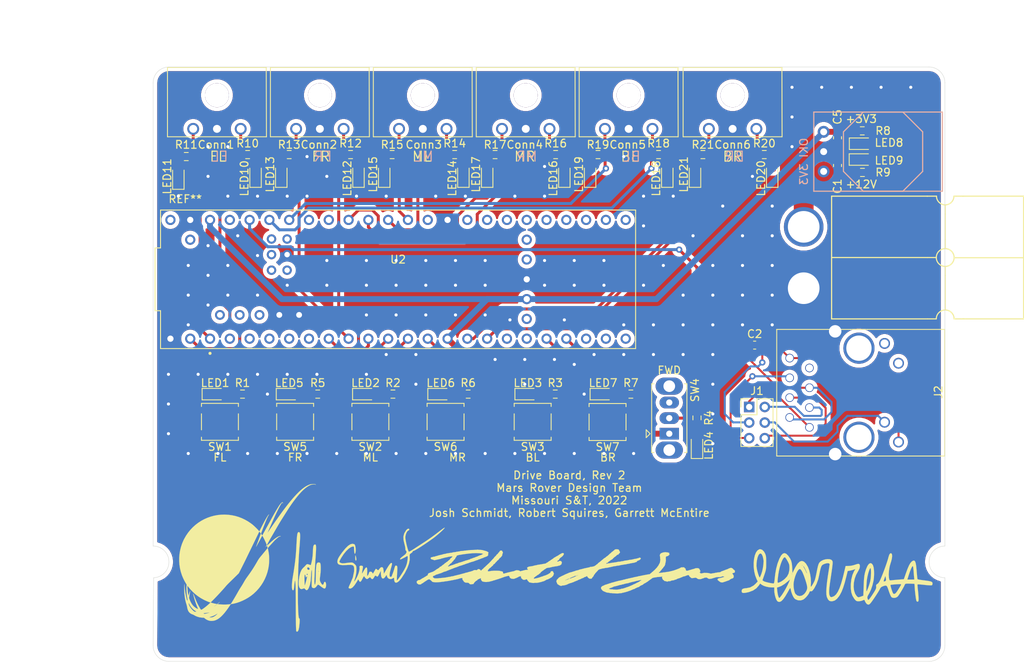
<source format=kicad_pcb>
(kicad_pcb (version 20171130) (host pcbnew "(5.1.10)-1")
  (layers (0 F.Cu signal) (31 B.Cu signal) (34 B.Paste user) (35 F.Paste user) (36 B.SilkS user) (37 F.SilkS user) (38 B.Mask user) (39 F.Mask user) (44 Edge.Cuts user))
  (net 0 "")
  (net 1 GND)
  (net 2 +12V)
  (net 3 +3V3)
  (net 4 FLRX)
  (net 5 FLTX)
  (net 6 FRRX)
  (net 7 FRTX)
  (net 8 MLRX)
  (net 9 MLTX)
  (net 10 MRRX)
  (net 11 MRTX)
  (net 12 BLRX)
  (net 13 BLTX)
  (net 14 BRRX)
  (net 15 BRTX)
  (net 16 "Net-(LED1-Pad2)")
  (net 17 "Net-(LED2-Pad2)")
  (net 18 "Net-(LED3-Pad2)")
  (net 19 "Net-(LED4-Pad2)")
  (net 20 "Net-(LED5-Pad2)")
  (net 21 "Net-(LED6-Pad2)")
  (net 22 "Net-(LED7-Pad2)")
  (net 23 "Net-(LED8-Pad2)")
  (net 24 "Net-(LED9-Pad2)")
  (net 25 "Net-(LED10-Pad2)")
  (net 26 "Net-(LED11-Pad2)")
  (net 27 "Net-(LED12-Pad2)")
  (net 28 "Net-(LED13-Pad2)")
  (net 29 "Net-(LED14-Pad2)")
  (net 30 "Net-(LED15-Pad2)")
  (net 31 "Net-(LED16-Pad2)")
  (net 32 "Net-(LED17-Pad2)")
  (net 33 "Net-(LED18-Pad2)")
  (net 34 "Net-(LED19-Pad2)")
  (net 35 "Net-(LED20-Pad2)")
  (net 36 "Net-(LED21-Pad2)")
  (net 37 FL_DRIVE)
  (net 38 ML_DRIVE)
  (net 39 BL_DRIVE)
  (net 40 DIR_SWITCH)
  (net 41 FR_DRIVE)
  (net 42 MR_DRIVE)
  (net 43 BR_DRIVE)
  (net 44 "Net-(U2-PadVBAT)")
  (net 45 "Net-(U2-PadT+)")
  (net 46 "Net-(U2-PadON/OFF)")
  (net 47 "Net-(U2-PadR+)")
  (net 48 "Net-(U2-PadVUSB)")
  (net 49 "Net-(U2-PadPROGRAM)")
  (net 50 "Net-(U2-PadVIN)")
  (net 51 "Net-(U2-Pad31)")
  (net 52 "Net-(U2-Pad39)")
  (net 53 "Net-(U2-Pad3)")
  (net 54 "Net-(U2-Pad5V)")
  (net 55 "Net-(U2-Pad35)")
  (net 56 "Net-(U2-PadLED)")
  (net 57 "Net-(U2-Pad41)")
  (net 58 "Net-(U2-PadD+)")
  (net 59 "Net-(U2-Pad32)")
  (net 60 "Net-(U2-Pad38)")
  (net 61 "Net-(U2-Pad36)")
  (net 62 "Net-(U2-Pad40)")
  (net 63 "Net-(U2-Pad4)")
  (net 64 "Net-(U2-Pad6)")
  (net 65 "Net-(U2-Pad34)")
  (net 66 "Net-(U2-Pad27)")
  (net 67 "Net-(U2-Pad33)")
  (net 68 "Net-(U2-Pad5)")
  (net 69 "Net-(U2-Pad2)")
  (net 70 "Net-(U2-Pad26)")
  (net 71 "Net-(U2-Pad13)")
  (net 72 "Net-(U2-Pad30)")
  (net 73 "Net-(U2-Pad37)")
  (net 74 "Net-(U2-Pad23)")
  (net 75 "Net-(U2-Pad18)")
  (net 76 "Net-(U2-Pad19)")
  (net 77 "Net-(C2-Pad2)")
  (net 78 "Net-(C2-Pad1)")
  (net 79 "Net-(J1-Pad6)")
  (net 80 "Net-(J1-Pad5)")
  (net 81 "Net-(J1-Pad4)")
  (net 82 "Net-(J1-Pad2)")
  (net 83 "Net-(J1-Pad1)")
  (net 84 "Net-(J2-Pad7)")
  (net 85 "Net-(J2-Pad11)")
  (net 86 "Net-(J2-Pad12)")
  (module MRDT_Shields:Teensy_4_1_Vertical (layer F.Cu) (at 6.604 13.208)
    (fp_text reference U2 (at 50.8 33.02) (layer F.SilkS))
    (fp_text value Teensy4.1_DEV-16771)
    (fp_text user REF** (at 23.495 25.265) (layer F.SilkS))
    (pad 23 thru_hole circle (at 29.21 27.94) (size 1.308 1.308) (drill 0.8) (layers *.Cu *.Mask) (net 74 "Net-(U2-Pad23)"))
    (pad 37 thru_hole circle (at 69.85 27.94) (size 1.308 1.308) (drill 0.8) (layers *.Cu *.Mask) (net 73 "Net-(U2-Pad37)"))
    (pad 30 thru_hole circle (at 74.93 43.18) (size 1.308 1.308) (drill 0.8) (layers *.Cu *.Mask) (net 72 "Net-(U2-Pad30)"))
    (pad 13 thru_hole circle (at 54.61 27.94) (size 1.308 1.308) (drill 0.8) (layers *.Cu *.Mask) (net 71 "Net-(U2-Pad13)"))
    (pad 3.3V_1 thru_hole circle (at 57.15 43.18) (size 1.308 1.308) (drill 0.8) (layers *.Cu *.Mask) (net 3 +3V3))
    (pad 26 thru_hole circle (at 64.77 43.18) (size 1.308 1.308) (drill 0.8) (layers *.Cu *.Mask) (net 70 "Net-(U2-Pad26)"))
    (pad 16 thru_hole circle (at 46.99 27.94) (size 1.308 1.308) (drill 0.8) (layers *.Cu *.Mask) (net 10 MRRX))
    (pad 2 thru_hole circle (at 29.21 43.18) (size 1.308 1.308) (drill 0.8) (layers *.Cu *.Mask) (net 69 "Net-(U2-Pad2)"))
    (pad 25 thru_hole circle (at 62.23 43.18) (size 1.308 1.308) (drill 0.8) (layers *.Cu *.Mask) (net 14 BRRX))
    (pad 22 thru_hole circle (at 31.75 27.94) (size 1.308 1.308) (drill 0.8) (layers *.Cu *.Mask) (net 40 DIR_SWITCH))
    (pad 7 thru_hole circle (at 41.91 43.18) (size 1.308 1.308) (drill 0.8) (layers *.Cu *.Mask) (net 6 FRRX))
    (pad 5 thru_hole circle (at 36.83 43.18) (size 1.308 1.308) (drill 0.8) (layers *.Cu *.Mask) (net 68 "Net-(U2-Pad5)"))
    (pad 17 thru_hole circle (at 44.45 27.94) (size 1.308 1.308) (drill 0.8) (layers *.Cu *.Mask) (net 11 MRTX))
    (pad 14 thru_hole circle (at 52.07 27.94) (size 1.308 1.308) (drill 0.8) (layers *.Cu *.Mask) (net 9 MLTX))
    (pad USB_GND2 thru_hole circle (at 38.1 40.13) (size 1.258 1.258) (drill 0.75) (layers *.Cu *.Mask) (net 1 GND))
    (pad 33 thru_hole circle (at 80.01 27.94) (size 1.308 1.308) (drill 0.8) (layers *.Cu *.Mask) (net 67 "Net-(U2-Pad33)"))
    (pad 27 thru_hole circle (at 67.31 43.18) (size 1.308 1.308) (drill 0.8) (layers *.Cu *.Mask) (net 66 "Net-(U2-Pad27)"))
    (pad 34 thru_hole circle (at 77.47 27.94) (size 1.308 1.308) (drill 0.8) (layers *.Cu *.Mask) (net 65 "Net-(U2-Pad34)"))
    (pad 12 thru_hole circle (at 54.61 43.18) (size 1.308 1.308) (drill 0.8) (layers *.Cu *.Mask) (net 42 MR_DRIVE))
    (pad 10 thru_hole circle (at 49.53 43.18) (size 1.308 1.308) (drill 0.8) (layers *.Cu *.Mask) (net 41 FR_DRIVE))
    (pad 6 thru_hole circle (at 39.37 43.18) (size 1.308 1.308) (drill 0.8) (layers *.Cu *.Mask) (net 64 "Net-(U2-Pad6)"))
    (pad USB_GND1 thru_hole circle (at 35.56 40.13 180) (size 1.258 1.258) (drill 0.75) (layers *.Cu *.Mask) (net 1 GND))
    (pad 4 thru_hole circle (at 34.29 43.18) (size 1.308 1.308) (drill 0.8) (layers *.Cu *.Mask) (net 63 "Net-(U2-Pad4)"))
    (pad 40 thru_hole circle (at 62.23 27.94) (size 1.308 1.308) (drill 0.8) (layers *.Cu *.Mask) (net 62 "Net-(U2-Pad40)"))
    (pad 36 thru_hole circle (at 72.39 27.94) (size 1.308 1.308) (drill 0.8) (layers *.Cu *.Mask) (net 61 "Net-(U2-Pad36)"))
    (pad T- thru_hole circle (at 34.56 34.39 270) (size 1.208 1.208) (drill 0.7) (layers *.Cu *.Mask))
    (pad 8 thru_hole circle (at 44.45 43.18) (size 1.308 1.308) (drill 0.8) (layers *.Cu *.Mask) (net 7 FRTX))
    (pad 18 thru_hole circle (at 41.91 27.94) (size 1.308 1.308) (drill 0.8) (layers *.Cu *.Mask) (net 75 "Net-(U2-Pad18)"))
    (pad 38 thru_hole circle (at 67.31 27.94) (size 1.308 1.308) (drill 0.8) (layers *.Cu *.Mask) (net 60 "Net-(U2-Pad38)"))
    (pad 29 thru_hole circle (at 72.39 43.18) (size 1.308 1.308) (drill 0.8) (layers *.Cu *.Mask) (net 43 BR_DRIVE))
    (pad 32 thru_hole circle (at 80.01 43.18) (size 1.308 1.308) (drill 0.8) (layers *.Cu *.Mask) (net 59 "Net-(U2-Pad32)"))
    (pad 24 thru_hole circle (at 59.69 43.18) (size 1.308 1.308) (drill 0.8) (layers *.Cu *.Mask) (net 15 BRTX))
    (pad 28 thru_hole circle (at 69.85 43.18) (size 1.308 1.308) (drill 0.8) (layers *.Cu *.Mask) (net 39 BL_DRIVE))
    (pad 20 thru_hole circle (at 36.83 27.94) (size 1.308 1.308) (drill 0.8) (layers *.Cu *.Mask) (net 13 BLTX))
    (pad 19 thru_hole circle (at 39.37 27.94) (size 1.308 1.308) (drill 0.8) (layers *.Cu *.Mask) (net 76 "Net-(U2-Pad19)"))
    (pad D+ thru_hole circle (at 33.02 40.13 180) (size 1.258 1.258) (drill 0.75) (layers *.Cu *.Mask) (net 58 "Net-(U2-PadD+)"))
    (pad 11 thru_hole circle (at 52.07 43.18) (size 1.308 1.308) (drill 0.8) (layers *.Cu *.Mask) (net 38 ML_DRIVE))
    (pad 41 thru_hole circle (at 59.69 27.94) (size 1.308 1.308) (drill 0.8) (layers *.Cu *.Mask) (net 57 "Net-(U2-Pad41)"))
    (pad LED thru_hole circle (at 34.56 32.39) (size 1.208 1.208) (drill 0.7) (layers *.Cu *.Mask) (net 56 "Net-(U2-PadLED)"))
    (pad 35 thru_hole circle (at 74.93 27.94) (size 1.308 1.308) (drill 0.8) (layers *.Cu *.Mask) (net 55 "Net-(U2-Pad35)"))
    (pad GND3 thru_hole circle (at 24.13 27.94) (size 1.308 1.308) (drill 0.8) (layers *.Cu *.Mask) (net 1 GND))
    (pad 15 thru_hole circle (at 49.53 27.94) (size 1.308 1.308) (drill 0.8) (layers *.Cu *.Mask) (net 8 MLRX))
    (pad D- thru_hole circle (at 30.48 40.13) (size 1.258 1.258) (drill 0.75) (layers *.Cu *.Mask))
    (pad 1 thru_hole circle (at 26.67 43.18) (size 1.308 1.308) (drill 0.8) (layers *.Cu *.Mask) (net 5 FLTX))
    (pad 5V thru_hole circle (at 27.94 40.13) (size 1.258 1.258) (drill 0.75) (layers *.Cu *.Mask) (net 54 "Net-(U2-Pad5V)"))
    (pad 3.3V_2 thru_hole circle (at 26.67 27.94) (size 1.308 1.308) (drill 0.8) (layers *.Cu *.Mask) (net 3 +3V3))
    (pad 21 thru_hole circle (at 34.29 27.94) (size 1.308 1.308) (drill 0.8) (layers *.Cu *.Mask) (net 12 BLRX))
    (pad 3 thru_hole circle (at 31.75 43.18) (size 1.308 1.308) (drill 0.8) (layers *.Cu *.Mask) (net 53 "Net-(U2-Pad3)"))
    (pad 39 thru_hole circle (at 64.77 27.94) (size 1.308 1.308) (drill 0.8) (layers *.Cu *.Mask) (net 52 "Net-(U2-Pad39)"))
    (pad 31 thru_hole circle (at 77.47 43.18) (size 1.308 1.308) (drill 0.8) (layers *.Cu *.Mask) (net 51 "Net-(U2-Pad31)"))
    (pad 9 thru_hole circle (at 46.99 43.18) (size 1.308 1.308) (drill 0.8) (layers *.Cu *.Mask) (net 37 FL_DRIVE))
    (pad VIN thru_hole circle (at 21.59 27.94) (size 1.308 1.308) (drill 0.8) (layers *.Cu *.Mask) (net 50 "Net-(U2-PadVIN)"))
    (pad GND4 thru_hole circle (at 67.31 35.56) (size 1.308 1.308) (drill 0.8) (layers *.Cu *.Mask) (net 1 GND))
    (pad GND5 thru_hole circle (at 36.56 32.39) (size 1.208 1.208) (drill 0.7) (layers *.Cu *.Mask) (net 1 GND))
    (pad PROGRAM thru_hole circle (at 67.31 33.02) (size 1.308 1.308) (drill 0.8) (layers *.Cu *.Mask) (net 49 "Net-(U2-PadPROGRAM)"))
    (pad VUSB thru_hole circle (at 24.13 30.48) (size 1.308 1.308) (drill 0.8) (layers *.Cu *.Mask) (net 48 "Net-(U2-PadVUSB)"))
    (pad 3.3V_3 thru_hole circle (at 67.31 38.1) (size 1.308 1.308) (drill 0.8) (layers *.Cu *.Mask) (net 3 +3V3))
    (pad 0 thru_hole circle (at 24.13 43.18) (size 1.308 1.308) (drill 0.8) (layers *.Cu *.Mask) (net 4 FLRX))
    (pad R+ thru_hole circle (at 34.56 30.39) (size 1.208 1.208) (drill 0.7) (layers *.Cu *.Mask) (net 47 "Net-(U2-PadR+)"))
    (pad ON/OFF thru_hole circle (at 67.31 30.48) (size 1.308 1.308) (drill 0.8) (layers *.Cu *.Mask) (net 46 "Net-(U2-PadON/OFF)"))
    (pad T+ thru_hole circle (at 36.56 34.39) (size 1.208 1.208) (drill 0.7) (layers *.Cu *.Mask) (net 45 "Net-(U2-PadT+)"))
    (pad R- thru_hole circle (at 36.56 30.39) (size 1.208 1.208) (drill 0.7) (layers *.Cu *.Mask))
    (pad GND2 thru_hole circle (at 57.15 27.94) (size 1.308 1.308) (drill 0.8) (layers *.Cu *.Mask) (net 1 GND))
    (pad VBAT thru_hole circle (at 67.31 40.64) (size 1.308 1.308) (drill 0.8) (layers *.Cu *.Mask) (net 44 "Net-(U2-PadVBAT)"))
    (pad GND1 thru_hole circle (at 21.59 43.18) (size 1.308 1.308) (drill 0.8) (layers *.Cu *.Mask) (net 1 GND))
  )
  (module MRDT_Connectors:RJ45_Teensy (layer F.Cu) (at 129.54 63.1952 90)
    (fp_text reference J2 (at -0.0508 -2.794 90) (layer F.SilkS))
    (fp_text value RJ45_LED_Shielded)
    (pad 8 thru_hole circle (at 4.32 -21.89 90) (size 1.1 1.1) (drill 0.9) (layers *.Cu *.Mask) (net 77 "Net-(C2-Pad2)"))
    (pad 6 thru_hole circle (at 1.78 -21.89 90) (size 1.1 1.1) (drill 0.9) (layers *.Cu *.Mask) (net 80 "Net-(J1-Pad5)"))
    (pad 4 thru_hole circle (at -0.76 -21.89 90) (size 1.1 1.1) (drill 0.9) (layers *.Cu *.Mask) (net 79 "Net-(J1-Pad6)"))
    (pad 2 thru_hole circle (at -3.3 -21.89 90) (size 1.1 1.1) (drill 0.9) (layers *.Cu *.Mask) (net 78 "Net-(C2-Pad1)"))
    (pad 7 thru_hole circle (at 3.05 -19.35 90) (size 1.1 1.1) (drill 0.9) (layers *.Cu *.Mask) (net 84 "Net-(J2-Pad7)"))
    (pad 5 thru_hole circle (at 0.51 -19.35 90) (size 1.1 1.1) (drill 0.9) (layers *.Cu *.Mask) (net 78 "Net-(C2-Pad1)"))
    (pad 3 thru_hole circle (at -2.03 -19.35 90) (size 1.1 1.1) (drill 0.9) (layers *.Cu *.Mask) (net 82 "Net-(J1-Pad2)"))
    (pad 1 thru_hole circle (at -4.57 -19.35 90) (size 1.1 1.1) (drill 0.9) (layers *.Cu *.Mask) (net 83 "Net-(J1-Pad1)"))
    (pad 14 thru_hole circle (at 5.59 -13 90) (size 4 4) (drill 3.25) (layers *.Cu *.Mask))
    (pad 13 thru_hole circle (at -5.84 -13 90) (size 4 4) (drill 3.25) (layers *.Cu *.Mask))
    (pad 11 thru_hole circle (at 3.66 -7.92 90) (size 1.4 1.4) (drill 1.02) (layers *.Cu *.Mask) (net 85 "Net-(J2-Pad11)"))
    (pad 10 thru_hole circle (at -3.91 -9.71 90) (size 1.4 1.4) (drill 1.02) (layers *.Cu *.Mask) (net 81 "Net-(J1-Pad4)"))
    (pad 12 thru_hole circle (at 6.2 -9.71 90) (size 1.4 1.4) (drill 1.02) (layers *.Cu *.Mask) (net 86 "Net-(J2-Pad12)"))
    (pad 9 thru_hole circle (at -6.45 -7.92 90) (size 1.4 1.4) (drill 1.02) (layers *.Cu *.Mask) (net 77 "Net-(C2-Pad2)"))
    (pad 15 thru_hole circle (at -8 -16.05 90) (size 2 2) (drill 1.6) (layers *.Cu *.Mask) (net 1 GND))
    (pad 16 thru_hole circle (at 7.75 -16.05 90) (size 2 2) (drill 1.6) (layers *.Cu *.Mask) (net 1 GND))
  )
  (module Connector_PinHeader_2.00mm:PinHeader_2x03_P2.00mm_Vertical (layer F.Cu) (at 102.4575 65.151)
    (fp_text reference J1 (at 1 -2.06) (layer F.SilkS))
    (fp_text value 6P6C)
    (pad 6 thru_hole oval (at 2 4) (size 1.35 1.35) (drill 0.8) (layers *.Cu *.Mask) (net 79 "Net-(J1-Pad6)"))
    (pad 5 thru_hole oval (at 0 4) (size 1.35 1.35) (drill 0.8) (layers *.Cu *.Mask) (net 80 "Net-(J1-Pad5)"))
    (pad 4 thru_hole oval (at 2 2) (size 1.35 1.35) (drill 0.8) (layers *.Cu *.Mask) (net 81 "Net-(J1-Pad4)"))
    (pad 3 thru_hole oval (at 0 2) (size 1.35 1.35) (drill 0.8) (layers *.Cu *.Mask) (net 77 "Net-(C2-Pad2)"))
    (pad 2 thru_hole oval (at 2 0) (size 1.35 1.35) (drill 0.8) (layers *.Cu *.Mask) (net 82 "Net-(J1-Pad2)"))
    (pad 1 thru_hole rect (at 0 0) (size 1.35 1.35) (drill 0.8) (layers *.Cu *.Mask) (net 83 "Net-(J1-Pad1)"))
  )
  (module Capacitor_SMD:C_0603_1608Metric_Pad1.08x0.95mm_HandSolder (layer F.Cu) (at 103.161 57.2135)
    (fp_text reference C2 (at 0 -1.43) (layer F.SilkS))
    (fp_text value 0.1uF)
    (pad 2 smd roundrect (at 0.8625 0) (size 1.075 0.95) (layers F.Cu F.Paste F.Mask) (net 77 "Net-(C2-Pad2)"))
    (pad 1 smd roundrect (at -0.8625 0) (size 1.075 0.95) (layers F.Cu F.Paste F.Mask) (net 78 "Net-(C2-Pad1)"))
  )
  (module Driveboard_2022:Garrett_Signature (layer F.Cu) (at 124.46 83.058)
    (fp_text reference G*** hide)
    (fp_text value LOGO hide)
  )
  (module Driveboard_2022:Rob2 (layer F.Cu) (at 82.55 87.63)
    (fp_text reference G*** hide)
    (fp_text value LOGO hide)
  )
  (module Driveboard_2022:Josh_Signature (layer F.Cu) (at 57.15 83.82)
    (fp_text reference G*** hide)
    (fp_text value LOGO hide)
  )
  (module Driveboard_2022:Rover_logo (layer F.Cu) (at 38.1 83.82)
    (fp_text reference G*** hide)
    (fp_text value LOGO hide)
  )
  (module LED_SMD:LED_0603_1608Metric_Pad1.05x0.95mm_HandSolder (layer F.Cu) (at 91.948 35.306 90)
    (fp_text reference LED18 (at -0.508 -1.43 90) (layer F.SilkS))
    (fp_text value Blue)
    (pad 2 smd roundrect (at 0.875 0 90) (size 1.05 0.95) (layers F.Cu F.Paste F.Mask) (net 33 "Net-(LED18-Pad2)"))
    (pad 1 smd roundrect (at -0.875 0 90) (size 1.05 0.95) (layers F.Cu F.Paste F.Mask) (net 1 GND))
  )
  (module Resistor_SMD:R_0603_1608Metric_Pad0.98x0.95mm_HandSolder (layer F.Cu) (at 90.8285 32.766)
    (fp_text reference R18 (at 0 -1.43) (layer F.SilkS))
    (fp_text value 100)
    (pad 2 smd roundrect (at 0.9125 0) (size 0.975 0.95) (layers F.Cu F.Paste F.Mask) (net 33 "Net-(LED18-Pad2)"))
    (pad 1 smd roundrect (at -0.9125 0) (size 0.975 0.95) (layers F.Cu F.Paste F.Mask) (net 12 BLRX))
  )
  (module MRDT_Devices:OKI_Horizontal (layer B.Cu) (at 112.014 29.845 270)
    (fp_text reference U1 hide)
    (fp_text value "OKI 3V3" (at 3.81 2.54 270) (layer B.SilkS) (effects (justify mirror)))
    (pad 3 thru_hole circle (at 5.08 0 270) (size 1.524 1.524) (drill 0.889) (layers *.Cu *.Mask) (net 2 +12V))
    (pad 2 thru_hole circle (at 2.54 0 270) (size 1.524 1.524) (drill 0.889) (layers *.Cu *.Mask) (net 1 GND))
    (pad 1 thru_hole circle (at 0 0 270) (size 1.524 1.524) (drill 0.889) (layers *.Cu *.Mask) (net 3 +3V3))
  )
  (module Button_Switch_SMD:SW_SPST_TL3305A (layer F.Cu) (at 84.284 67.08 180)
    (fp_text reference SW7 (at 0 -3.2) (layer F.SilkS))
    (fp_text value SW_Push)
    (pad 2 smd rect (at -3.6 1.5 180) (size 1.6 1.4) (layers F.Cu F.Paste F.Mask) (net 43 BR_DRIVE))
    (pad 2 smd rect (at 3.6 1.5 180) (size 1.6 1.4) (layers F.Cu F.Paste F.Mask) (net 43 BR_DRIVE))
    (pad 1 smd rect (at -3.6 -1.5 180) (size 1.6 1.4) (layers F.Cu F.Paste F.Mask) (net 3 +3V3))
    (pad 1 smd rect (at 3.6 -1.5 180) (size 1.6 1.4) (layers F.Cu F.Paste F.Mask) (net 3 +3V3))
  )
  (module Button_Switch_SMD:SW_SPST_TL3305A (layer F.Cu) (at 63.5 67.056 180)
    (fp_text reference SW6 (at 0 -3.2) (layer F.SilkS))
    (fp_text value SW_Push)
    (pad 2 smd rect (at -3.6 1.5 180) (size 1.6 1.4) (layers F.Cu F.Paste F.Mask) (net 42 MR_DRIVE))
    (pad 2 smd rect (at 3.6 1.5 180) (size 1.6 1.4) (layers F.Cu F.Paste F.Mask) (net 42 MR_DRIVE))
    (pad 1 smd rect (at -3.6 -1.5 180) (size 1.6 1.4) (layers F.Cu F.Paste F.Mask) (net 3 +3V3))
    (pad 1 smd rect (at 3.6 -1.5 180) (size 1.6 1.4) (layers F.Cu F.Paste F.Mask) (net 3 +3V3))
  )
  (module Button_Switch_SMD:SW_SPST_TL3305A (layer F.Cu) (at 44.196 67.056 180)
    (fp_text reference SW5 (at 0 -3.2) (layer F.SilkS))
    (fp_text value SW_Push)
    (pad 2 smd rect (at -3.6 1.5 180) (size 1.6 1.4) (layers F.Cu F.Paste F.Mask) (net 41 FR_DRIVE))
    (pad 2 smd rect (at 3.6 1.5 180) (size 1.6 1.4) (layers F.Cu F.Paste F.Mask) (net 41 FR_DRIVE))
    (pad 1 smd rect (at -3.6 -1.5 180) (size 1.6 1.4) (layers F.Cu F.Paste F.Mask) (net 3 +3V3))
    (pad 1 smd rect (at 3.6 -1.5 180) (size 1.6 1.4) (layers F.Cu F.Paste F.Mask) (net 3 +3V3))
  )
  (module Button_Switch_THT:SW_Slide_1P2T_CK_OS102011MS2Q (layer F.Cu) (at 92.202 68.58 90)
    (fp_text reference SW4 (at 5.588 3.302 270) (layer F.SilkS))
    (fp_text value SW_SPST)
    (pad "" thru_hole oval (at 6.1 0 90) (size 2.2 3.5) (drill 1.5) (layers *.Cu *.Mask))
    (pad "" thru_hole oval (at -2.1 0 90) (size 2.2 3.5) (drill 1.5) (layers *.Cu *.Mask))
    (pad 3 thru_hole oval (at 4 0 90) (size 1.5 2.5) (drill 0.8) (layers *.Cu *.Mask))
    (pad 2 thru_hole oval (at 2 0 90) (size 1.5 2.5) (drill 0.8) (layers *.Cu *.Mask) (net 40 DIR_SWITCH))
    (pad 1 thru_hole rect (at 0 0 90) (size 1.5 2.5) (drill 0.8) (layers *.Cu *.Mask) (net 3 +3V3))
  )
  (module Button_Switch_SMD:SW_SPST_TL3305A (layer F.Cu) (at 74.676 67.056 180)
    (fp_text reference SW3 (at 0 -3.2) (layer F.SilkS))
    (fp_text value SW_Push)
    (pad 2 smd rect (at -3.6 1.5 180) (size 1.6 1.4) (layers F.Cu F.Paste F.Mask) (net 39 BL_DRIVE))
    (pad 2 smd rect (at 3.6 1.5 180) (size 1.6 1.4) (layers F.Cu F.Paste F.Mask) (net 39 BL_DRIVE))
    (pad 1 smd rect (at -3.6 -1.5 180) (size 1.6 1.4) (layers F.Cu F.Paste F.Mask) (net 3 +3V3))
    (pad 1 smd rect (at 3.6 -1.5 180) (size 1.6 1.4) (layers F.Cu F.Paste F.Mask) (net 3 +3V3))
  )
  (module Button_Switch_SMD:SW_SPST_TL3305A (layer F.Cu) (at 53.848 67.056 180)
    (fp_text reference SW2 (at 0 -3.2) (layer F.SilkS))
    (fp_text value SW_Push)
    (pad 2 smd rect (at -3.6 1.5 180) (size 1.6 1.4) (layers F.Cu F.Paste F.Mask) (net 38 ML_DRIVE))
    (pad 2 smd rect (at 3.6 1.5 180) (size 1.6 1.4) (layers F.Cu F.Paste F.Mask) (net 38 ML_DRIVE))
    (pad 1 smd rect (at -3.6 -1.5 180) (size 1.6 1.4) (layers F.Cu F.Paste F.Mask) (net 3 +3V3))
    (pad 1 smd rect (at 3.6 -1.5 180) (size 1.6 1.4) (layers F.Cu F.Paste F.Mask) (net 3 +3V3))
  )
  (module Button_Switch_SMD:SW_SPST_TL3305A (layer F.Cu) (at 34.544 67.056 180)
    (fp_text reference SW1 (at 0 -3.2) (layer F.SilkS))
    (fp_text value SW_Push)
    (pad 2 smd rect (at -3.6 1.5 180) (size 1.6 1.4) (layers F.Cu F.Paste F.Mask) (net 37 FL_DRIVE))
    (pad 2 smd rect (at 3.6 1.5 180) (size 1.6 1.4) (layers F.Cu F.Paste F.Mask) (net 37 FL_DRIVE))
    (pad 1 smd rect (at -3.6 -1.5 180) (size 1.6 1.4) (layers F.Cu F.Paste F.Mask) (net 3 +3V3))
    (pad 1 smd rect (at 3.6 -1.5 180) (size 1.6 1.4) (layers F.Cu F.Paste F.Mask) (net 3 +3V3))
  )
  (module Resistor_SMD:R_0603_1608Metric_Pad0.98x0.95mm_HandSolder (layer F.Cu) (at 96.52 32.766 180)
    (fp_text reference R21 (at 0 1.27) (layer F.SilkS))
    (fp_text value 100)
    (pad 2 smd roundrect (at 0.9125 0 180) (size 0.975 0.95) (layers F.Cu F.Paste F.Mask) (net 36 "Net-(LED21-Pad2)"))
    (pad 1 smd roundrect (at -0.9125 0 180) (size 0.975 0.95) (layers F.Cu F.Paste F.Mask) (net 15 BRTX))
  )
  (module Resistor_SMD:R_0603_1608Metric_Pad0.98x0.95mm_HandSolder (layer F.Cu) (at 104.394 32.766)
    (fp_text reference R20 (at 0 -1.43) (layer F.SilkS))
    (fp_text value 100)
    (pad 2 smd roundrect (at 0.9125 0) (size 0.975 0.95) (layers F.Cu F.Paste F.Mask) (net 35 "Net-(LED20-Pad2)"))
    (pad 1 smd roundrect (at -0.9125 0) (size 0.975 0.95) (layers F.Cu F.Paste F.Mask) (net 14 BRRX))
  )
  (module Resistor_SMD:R_0603_1608Metric_Pad0.98x0.95mm_HandSolder (layer F.Cu) (at 83.058 32.766 180)
    (fp_text reference R19 (at 0 1.27) (layer F.SilkS))
    (fp_text value 100)
    (pad 2 smd roundrect (at 0.9125 0 180) (size 0.975 0.95) (layers F.Cu F.Paste F.Mask) (net 34 "Net-(LED19-Pad2)"))
    (pad 1 smd roundrect (at -0.9125 0 180) (size 0.975 0.95) (layers F.Cu F.Paste F.Mask) (net 13 BLTX))
  )
  (module Resistor_SMD:R_0603_1608Metric_Pad0.98x0.95mm_HandSolder (layer F.Cu) (at 69.85 32.766 180)
    (fp_text reference R17 (at 0 1.27) (layer F.SilkS))
    (fp_text value 100)
    (pad 2 smd roundrect (at 0.9125 0 180) (size 0.975 0.95) (layers F.Cu F.Paste F.Mask) (net 32 "Net-(LED17-Pad2)"))
    (pad 1 smd roundrect (at -0.9125 0 180) (size 0.975 0.95) (layers F.Cu F.Paste F.Mask) (net 11 MRTX))
  )
  (module Resistor_SMD:R_0603_1608Metric_Pad0.98x0.95mm_HandSolder (layer F.Cu) (at 77.6205 32.766)
    (fp_text reference R16 (at 0 -1.43) (layer F.SilkS))
    (fp_text value 100)
    (pad 2 smd roundrect (at 0.9125 0) (size 0.975 0.95) (layers F.Cu F.Paste F.Mask) (net 31 "Net-(LED16-Pad2)"))
    (pad 1 smd roundrect (at -0.9125 0) (size 0.975 0.95) (layers F.Cu F.Paste F.Mask) (net 10 MRRX))
  )
  (module Resistor_SMD:R_0603_1608Metric_Pad0.98x0.95mm_HandSolder (layer F.Cu) (at 56.642 32.766 180)
    (fp_text reference R15 (at 0 1.27) (layer F.SilkS))
    (fp_text value 100)
    (pad 2 smd roundrect (at 0.9125 0 180) (size 0.975 0.95) (layers F.Cu F.Paste F.Mask) (net 30 "Net-(LED15-Pad2)"))
    (pad 1 smd roundrect (at -0.9125 0 180) (size 0.975 0.95) (layers F.Cu F.Paste F.Mask) (net 9 MLTX))
  )
  (module Resistor_SMD:R_0603_1608Metric_Pad0.98x0.95mm_HandSolder (layer F.Cu) (at 64.6665 32.766)
    (fp_text reference R14 (at 0 -1.43) (layer F.SilkS))
    (fp_text value 100)
    (pad 2 smd roundrect (at 0.9125 0) (size 0.975 0.95) (layers F.Cu F.Paste F.Mask) (net 29 "Net-(LED14-Pad2)"))
    (pad 1 smd roundrect (at -0.9125 0) (size 0.975 0.95) (layers F.Cu F.Paste F.Mask) (net 8 MLRX))
  )
  (module Resistor_SMD:R_0603_1608Metric_Pad0.98x0.95mm_HandSolder (layer F.Cu) (at 43.434 32.766 180)
    (fp_text reference R13 (at 0 1.27) (layer F.SilkS))
    (fp_text value 100)
    (pad 2 smd roundrect (at 0.9125 0 180) (size 0.975 0.95) (layers F.Cu F.Paste F.Mask) (net 28 "Net-(LED13-Pad2)"))
    (pad 1 smd roundrect (at -0.9125 0 180) (size 0.975 0.95) (layers F.Cu F.Paste F.Mask) (net 7 FRTX))
  )
  (module Resistor_SMD:R_0603_1608Metric_Pad0.98x0.95mm_HandSolder (layer F.Cu) (at 51.308 32.766)
    (fp_text reference R12 (at 0 -1.43) (layer F.SilkS))
    (fp_text value 100)
    (pad 2 smd roundrect (at 0.9125 0) (size 0.975 0.95) (layers F.Cu F.Paste F.Mask) (net 27 "Net-(LED12-Pad2)"))
    (pad 1 smd roundrect (at -0.9125 0) (size 0.975 0.95) (layers F.Cu F.Paste F.Mask) (net 6 FRRX))
  )
  (module Resistor_SMD:R_0603_1608Metric_Pad0.98x0.95mm_HandSolder (layer F.Cu) (at 30.226 33.02 180)
    (fp_text reference R11 (at 0 1.524) (layer F.SilkS))
    (fp_text value 100)
    (pad 2 smd roundrect (at 0.9125 0 180) (size 0.975 0.95) (layers F.Cu F.Paste F.Mask) (net 26 "Net-(LED11-Pad2)"))
    (pad 1 smd roundrect (at -0.9125 0 180) (size 0.975 0.95) (layers F.Cu F.Paste F.Mask) (net 5 FLTX))
  )
  (module Resistor_SMD:R_0603_1608Metric_Pad0.98x0.95mm_HandSolder (layer F.Cu) (at 38.1 32.766)
    (fp_text reference R10 (at 0 -1.43) (layer F.SilkS))
    (fp_text value 100)
    (pad 2 smd roundrect (at 0.9125 0) (size 0.975 0.95) (layers F.Cu F.Paste F.Mask) (net 25 "Net-(LED10-Pad2)"))
    (pad 1 smd roundrect (at -0.9125 0) (size 0.975 0.95) (layers F.Cu F.Paste F.Mask) (net 4 FLRX))
  )
  (module Resistor_SMD:R_0603_1608Metric_Pad0.98x0.95mm_HandSolder (layer F.Cu) (at 116.9905 35.052)
    (fp_text reference R9 (at 2.6435 0) (layer F.SilkS))
    (fp_text value 330)
    (pad 2 smd roundrect (at 0.9125 0) (size 0.975 0.95) (layers F.Cu F.Paste F.Mask) (net 24 "Net-(LED9-Pad2)"))
    (pad 1 smd roundrect (at -0.9125 0) (size 0.975 0.95) (layers F.Cu F.Paste F.Mask) (net 2 +12V))
  )
  (module Resistor_SMD:R_0603_1608Metric_Pad0.98x0.95mm_HandSolder (layer F.Cu) (at 116.967 29.718)
    (fp_text reference R8 (at 2.667 0) (layer F.SilkS))
    (fp_text value 43)
    (pad 2 smd roundrect (at 0.9125 0) (size 0.975 0.95) (layers F.Cu F.Paste F.Mask) (net 23 "Net-(LED8-Pad2)"))
    (pad 1 smd roundrect (at -0.9125 0) (size 0.975 0.95) (layers F.Cu F.Paste F.Mask) (net 3 +3V3))
  )
  (module Resistor_SMD:R_0603_1608Metric_Pad0.98x0.95mm_HandSolder (layer F.Cu) (at 87.2725 63.5)
    (fp_text reference R7 (at 0 -1.43) (layer F.SilkS))
    (fp_text value 43)
    (pad 2 smd roundrect (at 0.9125 0) (size 0.975 0.95) (layers F.Cu F.Paste F.Mask) (net 43 BR_DRIVE))
    (pad 1 smd roundrect (at -0.9125 0) (size 0.975 0.95) (layers F.Cu F.Paste F.Mask) (net 22 "Net-(LED7-Pad2)"))
  )
  (module Resistor_SMD:R_0603_1608Metric_Pad0.98x0.95mm_HandSolder (layer F.Cu) (at 66.3975 63.5)
    (fp_text reference R6 (at 0 -1.43) (layer F.SilkS))
    (fp_text value 43)
    (pad 2 smd roundrect (at 0.9125 0) (size 0.975 0.95) (layers F.Cu F.Paste F.Mask) (net 42 MR_DRIVE))
    (pad 1 smd roundrect (at -0.9125 0) (size 0.975 0.95) (layers F.Cu F.Paste F.Mask) (net 21 "Net-(LED6-Pad2)"))
  )
  (module Resistor_SMD:R_0603_1608Metric_Pad0.98x0.95mm_HandSolder (layer F.Cu) (at 47.0935 63.5)
    (fp_text reference R5 (at 0 -1.43) (layer F.SilkS))
    (fp_text value 43)
    (pad 2 smd roundrect (at 0.9125 0) (size 0.975 0.95) (layers F.Cu F.Paste F.Mask) (net 41 FR_DRIVE))
    (pad 1 smd roundrect (at -0.9125 0) (size 0.975 0.95) (layers F.Cu F.Paste F.Mask) (net 20 "Net-(LED5-Pad2)"))
  )
  (module Resistor_SMD:R_0603_1608Metric_Pad0.98x0.95mm_HandSolder (layer F.Cu) (at 95.758 66.548 90)
    (fp_text reference R4 (at 0 1.524 90) (layer F.SilkS))
    (fp_text value 43)
    (pad 2 smd roundrect (at 0.9125 0 90) (size 0.975 0.95) (layers F.Cu F.Paste F.Mask) (net 40 DIR_SWITCH))
    (pad 1 smd roundrect (at -0.9125 0 90) (size 0.975 0.95) (layers F.Cu F.Paste F.Mask) (net 19 "Net-(LED4-Pad2)"))
  )
  (module Resistor_SMD:R_0603_1608Metric_Pad0.98x0.95mm_HandSolder (layer F.Cu) (at 77.5735 63.5)
    (fp_text reference R3 (at 0 -1.43) (layer F.SilkS))
    (fp_text value 43)
    (pad 2 smd roundrect (at 0.9125 0) (size 0.975 0.95) (layers F.Cu F.Paste F.Mask) (net 39 BL_DRIVE))
    (pad 1 smd roundrect (at -0.9125 0) (size 0.975 0.95) (layers F.Cu F.Paste F.Mask) (net 18 "Net-(LED3-Pad2)"))
  )
  (module Resistor_SMD:R_0603_1608Metric_Pad0.98x0.95mm_HandSolder (layer F.Cu) (at 56.7455 63.5)
    (fp_text reference R2 (at 0 -1.43) (layer F.SilkS))
    (fp_text value 43)
    (pad 2 smd roundrect (at 0.9125 0) (size 0.975 0.95) (layers F.Cu F.Paste F.Mask) (net 38 ML_DRIVE))
    (pad 1 smd roundrect (at -0.9125 0) (size 0.975 0.95) (layers F.Cu F.Paste F.Mask) (net 17 "Net-(LED2-Pad2)"))
  )
  (module Resistor_SMD:R_0603_1608Metric_Pad0.98x0.95mm_HandSolder (layer F.Cu) (at 37.4415 63.5)
    (fp_text reference R1 (at 0 -1.43) (layer F.SilkS))
    (fp_text value 43)
    (pad 2 smd roundrect (at 0.9125 0) (size 0.975 0.95) (layers F.Cu F.Paste F.Mask) (net 37 FL_DRIVE))
    (pad 1 smd roundrect (at -0.9125 0) (size 0.975 0.95) (layers F.Cu F.Paste F.Mask) (net 16 "Net-(LED1-Pad2)"))
  )
  (module LED_SMD:LED_0603_1608Metric_Pad1.05x0.95mm_HandSolder (layer F.Cu) (at 95.504 35.306 90)
    (fp_text reference LED21 (at 0 -1.43 90) (layer F.SilkS))
    (fp_text value Blue)
    (pad 2 smd roundrect (at 0.875 0 90) (size 1.05 0.95) (layers F.Cu F.Paste F.Mask) (net 36 "Net-(LED21-Pad2)"))
    (pad 1 smd roundrect (at -0.875 0 90) (size 1.05 0.95) (layers F.Cu F.Paste F.Mask) (net 1 GND))
  )
  (module LED_SMD:LED_0603_1608Metric_Pad1.05x0.95mm_HandSolder (layer F.Cu) (at 105.41 35.306 90)
    (fp_text reference LED20 (at -0.508 -1.43 90) (layer F.SilkS))
    (fp_text value Blue)
    (pad 2 smd roundrect (at 0.875 0 90) (size 1.05 0.95) (layers F.Cu F.Paste F.Mask) (net 35 "Net-(LED20-Pad2)"))
    (pad 1 smd roundrect (at -0.875 0 90) (size 1.05 0.95) (layers F.Cu F.Paste F.Mask) (net 1 GND))
  )
  (module LED_SMD:LED_0603_1608Metric_Pad1.05x0.95mm_HandSolder (layer F.Cu) (at 82.042 35.306 90)
    (fp_text reference LED19 (at 0 -1.43 90) (layer F.SilkS))
    (fp_text value Blue)
    (pad 2 smd roundrect (at 0.875 0 90) (size 1.05 0.95) (layers F.Cu F.Paste F.Mask) (net 34 "Net-(LED19-Pad2)"))
    (pad 1 smd roundrect (at -0.875 0 90) (size 1.05 0.95) (layers F.Cu F.Paste F.Mask) (net 1 GND))
  )
  (module LED_SMD:LED_0603_1608Metric_Pad1.05x0.95mm_HandSolder (layer F.Cu) (at 68.834 35.306 90)
    (fp_text reference LED17 (at 0 -1.43 90) (layer F.SilkS))
    (fp_text value Blue)
    (pad 2 smd roundrect (at 0.875 0 90) (size 1.05 0.95) (layers F.Cu F.Paste F.Mask) (net 32 "Net-(LED17-Pad2)"))
    (pad 1 smd roundrect (at -0.875 0 90) (size 1.05 0.95) (layers F.Cu F.Paste F.Mask) (net 1 GND))
  )
  (module LED_SMD:LED_0603_1608Metric_Pad1.05x0.95mm_HandSolder (layer F.Cu) (at 78.74 35.306 90)
    (fp_text reference LED16 (at -0.508 -1.43 90) (layer F.SilkS))
    (fp_text value Blue)
    (pad 2 smd roundrect (at 0.875 0 90) (size 1.05 0.95) (layers F.Cu F.Paste F.Mask) (net 31 "Net-(LED16-Pad2)"))
    (pad 1 smd roundrect (at -0.875 0 90) (size 1.05 0.95) (layers F.Cu F.Paste F.Mask) (net 1 GND))
  )
  (module LED_SMD:LED_0603_1608Metric_Pad1.05x0.95mm_HandSolder (layer F.Cu) (at 55.626 35.306 90)
    (fp_text reference LED15 (at 0 -1.43 90) (layer F.SilkS))
    (fp_text value Blue)
    (pad 2 smd roundrect (at 0.875 0 90) (size 1.05 0.95) (layers F.Cu F.Paste F.Mask) (net 30 "Net-(LED15-Pad2)"))
    (pad 1 smd roundrect (at -0.875 0 90) (size 1.05 0.95) (layers F.Cu F.Paste F.Mask) (net 1 GND))
  )
  (module LED_SMD:LED_0603_1608Metric_Pad1.05x0.95mm_HandSolder (layer F.Cu) (at 65.786 35.306 90)
    (fp_text reference LED14 (at -0.508 -1.43 90) (layer F.SilkS))
    (fp_text value Blue)
    (pad 2 smd roundrect (at 0.875 0 90) (size 1.05 0.95) (layers F.Cu F.Paste F.Mask) (net 29 "Net-(LED14-Pad2)"))
    (pad 1 smd roundrect (at -0.875 0 90) (size 1.05 0.95) (layers F.Cu F.Paste F.Mask) (net 1 GND))
  )
  (module LED_SMD:LED_0603_1608Metric_Pad1.05x0.95mm_HandSolder (layer F.Cu) (at 42.418 35.306 90)
    (fp_text reference LED13 (at 0 -1.43 90) (layer F.SilkS))
    (fp_text value Blue)
    (pad 2 smd roundrect (at 0.875 0 90) (size 1.05 0.95) (layers F.Cu F.Paste F.Mask) (net 28 "Net-(LED13-Pad2)"))
    (pad 1 smd roundrect (at -0.875 0 90) (size 1.05 0.95) (layers F.Cu F.Paste F.Mask) (net 1 GND))
  )
  (module LED_SMD:LED_0603_1608Metric_Pad1.05x0.95mm_HandSolder (layer F.Cu) (at 52.324 35.306 90)
    (fp_text reference LED12 (at -0.508 -1.43 90) (layer F.SilkS))
    (fp_text value Blue)
    (pad 2 smd roundrect (at 0.875 0 90) (size 1.05 0.95) (layers F.Cu F.Paste F.Mask) (net 27 "Net-(LED12-Pad2)"))
    (pad 1 smd roundrect (at -0.875 0 90) (size 1.05 0.95) (layers F.Cu F.Paste F.Mask) (net 1 GND))
  )
  (module LED_SMD:LED_0603_1608Metric_Pad1.05x0.95mm_HandSolder (layer F.Cu) (at 29.21 35.56 90)
    (fp_text reference LED11 (at 0 -1.43 90) (layer F.SilkS))
    (fp_text value Blue)
    (pad 2 smd roundrect (at 0.875 0 90) (size 1.05 0.95) (layers F.Cu F.Paste F.Mask) (net 26 "Net-(LED11-Pad2)"))
    (pad 1 smd roundrect (at -0.875 0 90) (size 1.05 0.95) (layers F.Cu F.Paste F.Mask) (net 1 GND))
  )
  (module LED_SMD:LED_0603_1608Metric_Pad1.05x0.95mm_HandSolder (layer F.Cu) (at 39.116 35.306 90)
    (fp_text reference LED10 (at -0.508 -1.43 90) (layer F.SilkS))
    (fp_text value Blue)
    (pad 2 smd roundrect (at 0.875 0 90) (size 1.05 0.95) (layers F.Cu F.Paste F.Mask) (net 25 "Net-(LED10-Pad2)"))
    (pad 1 smd roundrect (at -0.875 0 90) (size 1.05 0.95) (layers F.Cu F.Paste F.Mask) (net 1 GND))
  )
  (module LED_SMD:LED_0603_1608Metric_Pad1.05x0.95mm_HandSolder (layer F.Cu) (at 116.953 33.401)
    (fp_text reference LED9 (at 3.443 0.127) (layer F.SilkS))
    (fp_text value Green)
    (pad 2 smd roundrect (at 0.875 0) (size 1.05 0.95) (layers F.Cu F.Paste F.Mask) (net 24 "Net-(LED9-Pad2)"))
    (pad 1 smd roundrect (at -0.875 0) (size 1.05 0.95) (layers F.Cu F.Paste F.Mask) (net 1 GND))
  )
  (module LED_SMD:LED_0603_1608Metric_Pad1.05x0.95mm_HandSolder (layer F.Cu) (at 116.967 31.369)
    (fp_text reference LED8 (at 3.429 -0.127) (layer F.SilkS))
    (fp_text value Green)
    (pad 2 smd roundrect (at 0.875 0) (size 1.05 0.95) (layers F.Cu F.Paste F.Mask) (net 23 "Net-(LED8-Pad2)"))
    (pad 1 smd roundrect (at -0.875 0) (size 1.05 0.95) (layers F.Cu F.Paste F.Mask) (net 1 GND))
  )
  (module LED_SMD:LED_0603_1608Metric_Pad1.05x0.95mm_HandSolder (layer F.Cu) (at 83.707 63.5)
    (fp_text reference LED7 (at 0 -1.43) (layer F.SilkS))
    (fp_text value Blue)
    (pad 2 smd roundrect (at 0.875 0) (size 1.05 0.95) (layers F.Cu F.Paste F.Mask) (net 22 "Net-(LED7-Pad2)"))
    (pad 1 smd roundrect (at -0.875 0) (size 1.05 0.95) (layers F.Cu F.Paste F.Mask) (net 1 GND))
  )
  (module LED_SMD:LED_0603_1608Metric_Pad1.05x0.95mm_HandSolder (layer F.Cu) (at 62.879 63.5)
    (fp_text reference LED6 (at 0 -1.43) (layer F.SilkS))
    (fp_text value Blue)
    (pad 2 smd roundrect (at 0.875 0) (size 1.05 0.95) (layers F.Cu F.Paste F.Mask) (net 21 "Net-(LED6-Pad2)"))
    (pad 1 smd roundrect (at -0.875 0) (size 1.05 0.95) (layers F.Cu F.Paste F.Mask) (net 1 GND))
  )
  (module LED_SMD:LED_0603_1608Metric_Pad1.05x0.95mm_HandSolder (layer F.Cu) (at 43.434 63.5)
    (fp_text reference LED5 (at 0 -1.43) (layer F.SilkS))
    (fp_text value Blue)
    (pad 2 smd roundrect (at 0.875 0) (size 1.05 0.95) (layers F.Cu F.Paste F.Mask) (net 20 "Net-(LED5-Pad2)"))
    (pad 1 smd roundrect (at -0.875 0) (size 1.05 0.95) (layers F.Cu F.Paste F.Mask) (net 1 GND))
  )
  (module LED_SMD:LED_0603_1608Metric_Pad1.05x0.95mm_HandSolder (layer F.Cu) (at 95.758 70.104 90)
    (fp_text reference LED4 (at 0 1.524 90) (layer F.SilkS))
    (fp_text value Blue)
    (pad 2 smd roundrect (at 0.875 0 90) (size 1.05 0.95) (layers F.Cu F.Paste F.Mask) (net 19 "Net-(LED4-Pad2)"))
    (pad 1 smd roundrect (at -0.875 0 90) (size 1.05 0.95) (layers F.Cu F.Paste F.Mask) (net 1 GND))
  )
  (module LED_SMD:LED_0603_1608Metric_Pad1.05x0.95mm_HandSolder (layer F.Cu) (at 74.055 63.5)
    (fp_text reference LED3 (at 0 -1.43) (layer F.SilkS))
    (fp_text value Blue)
    (pad 2 smd roundrect (at 0.875 0) (size 1.05 0.95) (layers F.Cu F.Paste F.Mask) (net 18 "Net-(LED3-Pad2)"))
    (pad 1 smd roundrect (at -0.875 0) (size 1.05 0.95) (layers F.Cu F.Paste F.Mask) (net 1 GND))
  )
  (module LED_SMD:LED_0603_1608Metric_Pad1.05x0.95mm_HandSolder (layer F.Cu) (at 53.227 63.5)
    (fp_text reference LED2 (at 0 -1.43) (layer F.SilkS))
    (fp_text value Blue)
    (pad 2 smd roundrect (at 0.875 0) (size 1.05 0.95) (layers F.Cu F.Paste F.Mask) (net 17 "Net-(LED2-Pad2)"))
    (pad 1 smd roundrect (at -0.875 0) (size 1.05 0.95) (layers F.Cu F.Paste F.Mask) (net 1 GND))
  )
  (module LED_SMD:LED_0603_1608Metric_Pad1.05x0.95mm_HandSolder (layer F.Cu) (at 33.923 63.5)
    (fp_text reference LED1 (at 0 -1.43) (layer F.SilkS))
    (fp_text value Blue)
    (pad 2 smd roundrect (at 0.875 0) (size 1.05 0.95) (layers F.Cu F.Paste F.Mask) (net 16 "Net-(LED1-Pad2)"))
    (pad 1 smd roundrect (at -0.875 0) (size 1.05 0.95) (layers F.Cu F.Paste F.Mask) (net 1 GND))
  )
  (module MRDT_Connectors:Anderson_2_Horizontal_Side_by_Side (layer F.Cu) (at 109.474 49.911 180)
    (fp_text reference Conn13 hide)
    (fp_text value AndersonPP)
    (pad 1 thru_hole circle (at 0.0254 0 180) (size 5.08 5.08) (drill 4.06) (layers *.Cu *.Mask F.Paste) (net 1 GND))
    (pad 2 thru_hole circle (at 0.0254 7.874 180) (size 5.08 5.08) (drill 4.06) (layers *.Cu *.Mask F.Paste) (net 2 +12V))
  )
  (module MRDT_Connectors:MOLEX_uF_S_03_Horizontal (layer F.Cu) (at 100.33 30.48)
    (fp_text reference Conn6 (at 0 1.016) (layer F.SilkS))
    (fp_text value Molex_uF_S_03)
    (pad 3 thru_hole circle (at 3.048 -1.016 90) (size 1.524 1.524) (drill 1.016) (layers *.Cu *.Mask) (net 14 BRRX))
    (pad "" thru_hole circle (at 0 -5.334) (size 3.0734 3.0734) (drill 3.0734) (layers *.Cu *.Mask))
    (pad 2 thru_hole circle (at 0 -1.016 90) (size 1.524 1.524) (drill 1.016) (layers *.Cu *.Mask) (net 1 GND))
    (pad 1 thru_hole circle (at -3.048 -1.016 90) (size 1.524 1.524) (drill 1.016) (layers *.Cu *.Mask) (net 15 BRTX))
  )
  (module MRDT_Connectors:MOLEX_uF_S_03_Horizontal (layer F.Cu) (at 86.995 30.48)
    (fp_text reference Conn5 (at -0.127 1.016) (layer F.SilkS))
    (fp_text value Molex_uF_S_03)
    (pad 3 thru_hole circle (at 3.048 -1.016 90) (size 1.524 1.524) (drill 1.016) (layers *.Cu *.Mask) (net 12 BLRX))
    (pad "" thru_hole circle (at 0 -5.334) (size 3.0734 3.0734) (drill 3.0734) (layers *.Cu *.Mask))
    (pad 2 thru_hole circle (at 0 -1.016 90) (size 1.524 1.524) (drill 1.016) (layers *.Cu *.Mask) (net 1 GND))
    (pad 1 thru_hole circle (at -3.048 -1.016 90) (size 1.524 1.524) (drill 1.016) (layers *.Cu *.Mask) (net 13 BLTX))
  )
  (module MRDT_Connectors:MOLEX_uF_S_03_Horizontal (layer F.Cu) (at 73.787 30.48)
    (fp_text reference Conn4 (at -0.127 1.016) (layer F.SilkS))
    (fp_text value Molex_uF_S_03)
    (pad 3 thru_hole circle (at 3.048 -1.016 90) (size 1.524 1.524) (drill 1.016) (layers *.Cu *.Mask) (net 10 MRRX))
    (pad "" thru_hole circle (at 0 -5.334) (size 3.0734 3.0734) (drill 3.0734) (layers *.Cu *.Mask))
    (pad 2 thru_hole circle (at 0 -1.016 90) (size 1.524 1.524) (drill 1.016) (layers *.Cu *.Mask) (net 1 GND))
    (pad 1 thru_hole circle (at -3.048 -1.016 90) (size 1.524 1.524) (drill 1.016) (layers *.Cu *.Mask) (net 11 MRTX))
  )
  (module MRDT_Connectors:MOLEX_uF_S_03_Horizontal (layer F.Cu) (at 60.579 30.48)
    (fp_text reference Conn3 (at 0.127 1.016) (layer F.SilkS))
    (fp_text value Molex_uF_S_03)
    (pad 3 thru_hole circle (at 3.048 -1.016 90) (size 1.524 1.524) (drill 1.016) (layers *.Cu *.Mask) (net 8 MLRX))
    (pad "" thru_hole circle (at 0 -5.334) (size 3.0734 3.0734) (drill 3.0734) (layers *.Cu *.Mask))
    (pad 2 thru_hole circle (at 0 -1.016 90) (size 1.524 1.524) (drill 1.016) (layers *.Cu *.Mask) (net 1 GND))
    (pad 1 thru_hole circle (at -3.048 -1.016 90) (size 1.524 1.524) (drill 1.016) (layers *.Cu *.Mask) (net 9 MLTX))
  )
  (module MRDT_Connectors:MOLEX_uF_S_03_Horizontal (layer F.Cu) (at 47.371 30.48)
    (fp_text reference Conn2 (at -0.127 1.016) (layer F.SilkS))
    (fp_text value Molex_uF_S_03)
    (pad 3 thru_hole circle (at 3.048 -1.016 90) (size 1.524 1.524) (drill 1.016) (layers *.Cu *.Mask) (net 6 FRRX))
    (pad "" thru_hole circle (at 0 -5.334) (size 3.0734 3.0734) (drill 3.0734) (layers *.Cu *.Mask))
    (pad 2 thru_hole circle (at 0 -1.016 90) (size 1.524 1.524) (drill 1.016) (layers *.Cu *.Mask) (net 1 GND))
    (pad 1 thru_hole circle (at -3.048 -1.016 90) (size 1.524 1.524) (drill 1.016) (layers *.Cu *.Mask) (net 7 FRTX))
  )
  (module MRDT_Connectors:MOLEX_uF_S_03_Horizontal (layer F.Cu) (at 34.163 30.48)
    (fp_text reference Conn1 (at -0.127 1.016) (layer F.SilkS))
    (fp_text value Molex_uF_S_03)
    (pad 3 thru_hole circle (at 3.048 -1.016 90) (size 1.524 1.524) (drill 1.016) (layers *.Cu *.Mask) (net 4 FLRX))
    (pad "" thru_hole circle (at 0 -5.334) (size 3.0734 3.0734) (drill 3.0734) (layers *.Cu *.Mask))
    (pad 2 thru_hole circle (at 0 -1.016 90) (size 1.524 1.524) (drill 1.016) (layers *.Cu *.Mask) (net 1 GND))
    (pad 1 thru_hole circle (at -3.048 -1.016 90) (size 1.524 1.524) (drill 1.016) (layers *.Cu *.Mask) (net 5 FLTX))
  )
  (module Capacitor_SMD:C_0603_1608Metric_Pad1.08x0.95mm_HandSolder (layer F.Cu) (at 113.792 30.607 270)
    (fp_text reference C5 (at -2.667 0 90) (layer F.SilkS))
    (fp_text value 10uF)
    (pad 2 smd roundrect (at 0.8625 0 270) (size 1.075 0.95) (layers F.Cu F.Paste F.Mask) (net 1 GND))
    (pad 1 smd roundrect (at -0.8625 0 270) (size 1.075 0.95) (layers F.Cu F.Paste F.Mask) (net 3 +3V3))
  )
  (module Capacitor_SMD:C_0603_1608Metric_Pad1.08x0.95mm_HandSolder (layer F.Cu) (at 113.792 34.163 90)
    (fp_text reference C1 (at -2.667 0 90) (layer F.SilkS))
    (fp_text value 10uF)
    (pad 2 smd roundrect (at 0.8625 0 90) (size 1.075 0.95) (layers F.Cu F.Paste F.Mask) (net 1 GND))
    (pad 1 smd roundrect (at -0.8625 0 90) (size 1.075 0.95) (layers F.Cu F.Paste F.Mask) (net 2 +12V))
  )
  (gr_text BR (at 100.584 33.02) (layer B.SilkS) (effects (font (size 1.27 1.27)) (justify mirror)))
  (gr_text BL (at 87.376 33.02) (layer B.SilkS) (effects (font (size 1.27 1.27)) (justify mirror)))
  (gr_text MR (at 73.914 33.02) (layer B.SilkS) (effects (font (size 1.27 1.27)) (justify mirror)))
  (gr_text ML (at 60.706 33.02) (layer B.SilkS) (effects (font (size 1.27 1.27)) (justify mirror)))
  (gr_text FR (at 47.752 33.02) (layer B.SilkS) (effects (font (size 1.27 1.27)) (justify mirror)))
  (gr_text FL (at 34.544 33.02) (layer B.SilkS) (effects (font (size 1.27 1.27)) (justify mirror)))
  (gr_text "Drive Board, Rev 2\nMars Rover Design Team\nMissouri S&T, 2022\nJosh Schmidt, Robert Squires, Garrett McEntire\n" (at 79.375 76.327) (layer F.SilkS) (effects (font (size 1 1))))
  (gr_text BR (at 100.33 33.02) (layer F.SilkS) (effects (font (size 1.27 1.27))))
  (gr_text BL (at 87.122 33.02) (layer F.SilkS) (effects (font (size 1.27 1.27))))
  (gr_text MR (at 73.66 33.02) (layer F.SilkS) (effects (font (size 1.27 1.27))))
  (gr_text ML (at 60.452 33.02) (layer F.SilkS) (effects (font (size 1.27 1.27))))
  (gr_text FR (at 47.498 33.02) (layer F.SilkS) (effects (font (size 1.27 1.27))))
  (gr_text FL (at 34.29 33.02) (layer F.SilkS) (effects (font (size 1.27 1.27))))
  (gr_text +3V3 (at 116.84 28.194) (layer F.SilkS) (effects (font (size 1 1))))
  (gr_text +12V (at 116.84 36.576) (layer F.SilkS) (effects (font (size 1 1))))
  (gr_text FWD (at 92.202 60.452) (layer F.SilkS) (effects (font (size 1 1))))
  (gr_text BR (at 84.328 71.628) (layer F.SilkS) (effects (font (size 1 1))))
  (gr_text BL (at 74.676 71.628) (layer F.SilkS) (effects (font (size 1 1))))
  (gr_text MR (at 65.024 71.628) (layer F.SilkS) (effects (font (size 1 1))))
  (gr_text ML (at 53.848 71.628) (layer F.SilkS) (effects (font (size 1 1))))
  (gr_text FR (at 44.196 71.628) (layer F.SilkS) (effects (font (size 1 1))))
  (gr_text FL (at 34.544 71.628) (layer F.SilkS) (effects (font (size 1 1))))
  (gr_arc (start 125.5395 23.5585) (end 127.5715 23.5585) (angle -90) (layer Edge.Cuts) (width 0.05))
  (gr_line (start 28.0035 21.5265) (end 125.5395 21.5265) (layer Edge.Cuts) (width 0.05))
  (gr_arc (start 28.0035 23.5585) (end 28.0035 21.5265) (angle -90) (layer Edge.Cuts) (width 0.05))
  (gr_line (start 25.971501 82.993509) (end 25.9715 23.5585) (layer Edge.Cuts) (width 0.05))
  (gr_arc (start 25.9715 85.0265) (end 26.034999 87.058499) (angle -178.2100894) (layer Edge.Cuts) (width 0.05))
  (gr_line (start 25.9715 95.758) (end 26.035 87.0585) (layer Edge.Cuts) (width 0.05))
  (gr_arc (start 28.0035 95.758) (end 25.9715 95.758) (angle -90) (layer Edge.Cuts) (width 0.05))
  (gr_line (start 125.5395 97.79) (end 28.0035 97.79) (layer Edge.Cuts) (width 0.05))
  (gr_arc (start 125.5395 95.758) (end 125.5395 97.79) (angle -90) (layer Edge.Cuts) (width 0.05))
  (gr_line (start 127.5715 87.0585) (end 127.5715 95.758) (layer Edge.Cuts) (width 0.05))
  (gr_arc (start 127.5715 85.0265) (end 127.5715 82.9945) (angle -180) (layer Edge.Cuts) (width 0.05))
  (gr_line (start 127.5715 82.9945) (end 127.5715 23.5585) (layer Edge.Cuts) (width 0.05))
  (via (at 48.26 46.355) (size 0.8) (drill 0.4) (layers F.Cu B.Cu) (net 1))
  (segment (start 112.8765 32.385) (end 113.792 33.3005) (width 0.762) (layer F.Cu) (net 1))
  (segment (start 112.8765 32.385) (end 113.792 31.4695) (width 0.762) (layer F.Cu) (net 1))
  (segment (start 112.014 32.385) (end 112.8765 32.385) (width 0.762) (layer F.Cu) (net 1))
  (via (at 29.21 38.1) (size 0.8) (drill 0.4) (layers F.Cu B.Cu) (net 1))
  (via (at 43.18 38.1) (size 0.8) (drill 0.4) (layers F.Cu B.Cu) (net 1))
  (via (at 39.37 38.1) (size 0.8) (drill 0.4) (layers F.Cu B.Cu) (net 1))
  (via (at 35.56 38.1) (size 0.8) (drill 0.4) (layers F.Cu B.Cu) (net 1))
  (via (at 45.72 38.1) (size 0.8) (drill 0.4) (layers F.Cu B.Cu) (net 1))
  (via (at 48.26 35.56) (size 0.8) (drill 0.4) (layers F.Cu B.Cu) (net 1))
  (via (at 45.72 33.02) (size 0.8) (drill 0.4) (layers F.Cu B.Cu) (net 1))
  (via (at 52.07 38.1) (size 0.8) (drill 0.4) (layers F.Cu B.Cu) (net 1))
  (via (at 55.88 38.1) (size 0.8) (drill 0.4) (layers F.Cu B.Cu) (net 1))
  (via (at 66.04 38.1) (size 0.8) (drill 0.4) (layers F.Cu B.Cu) (net 1))
  (via (at 62.23 38.1) (size 0.8) (drill 0.4) (layers F.Cu B.Cu) (net 1))
  (via (at 72.39 38.1) (size 0.8) (drill 0.4) (layers F.Cu B.Cu) (net 1))
  (via (at 76.2 38.1) (size 0.8) (drill 0.4) (layers F.Cu B.Cu) (net 1))
  (via (at 76.2 34.29) (size 0.8) (drill 0.4) (layers F.Cu B.Cu) (net 1))
  (via (at 86.36 33.02) (size 0.8) (drill 0.4) (layers F.Cu B.Cu) (net 1))
  (via (at 88.9 41.91) (size 0.8) (drill 0.4) (layers F.Cu B.Cu) (net 1))
  (via (at 88.9 38.1) (size 0.8) (drill 0.4) (layers F.Cu B.Cu) (net 1))
  (via (at 92.71 38.1) (size 0.8) (drill 0.4) (layers F.Cu B.Cu) (net 1))
  (via (at 97.79 46.99) (size 0.8) (drill 0.4) (layers F.Cu B.Cu) (net 1))
  (via (at 101.6 46.99) (size 0.8) (drill 0.4) (layers F.Cu B.Cu) (net 1))
  (via (at 105.41 46.99) (size 0.8) (drill 0.4) (layers F.Cu B.Cu) (net 1))
  (via (at 105.41 43.18) (size 0.8) (drill 0.4) (layers F.Cu B.Cu) (net 1))
  (via (at 105.41 39.37) (size 0.8) (drill 0.4) (layers F.Cu B.Cu) (net 1))
  (via (at 101.6 43.18) (size 0.8) (drill 0.4) (layers F.Cu B.Cu) (net 1))
  (via (at 97.79 50.8) (size 0.8) (drill 0.4) (layers F.Cu B.Cu) (net 1))
  (via (at 101.6 50.8) (size 0.8) (drill 0.4) (layers F.Cu B.Cu) (net 1))
  (via (at 105.41 50.8) (size 0.8) (drill 0.4) (layers F.Cu B.Cu) (net 1))
  (via (at 105.41 54.61) (size 0.8) (drill 0.4) (layers F.Cu B.Cu) (net 1))
  (via (at 101.6 54.61) (size 0.8) (drill 0.4) (layers F.Cu B.Cu) (net 1))
  (via (at 97.79 54.61) (size 0.8) (drill 0.4) (layers F.Cu B.Cu) (net 1))
  (via (at 97.79 58.42) (size 0.8) (drill 0.4) (layers F.Cu B.Cu) (net 1))
  (via (at 97.79 62.23) (size 0.8) (drill 0.4) (layers F.Cu B.Cu) (net 1))
  (via (at 97.79 66.04) (size 0.8) (drill 0.4) (layers F.Cu B.Cu) (net 1))
  (via (at 97.79 69.85) (size 0.8) (drill 0.4) (layers F.Cu B.Cu) (net 1))
  (via (at 107.95 31.75) (size 0.8) (drill 0.4) (layers F.Cu B.Cu) (net 1))
  (via (at 107.95 27.94) (size 0.8) (drill 0.4) (layers F.Cu B.Cu) (net 1))
  (via (at 107.95 24.13) (size 0.8) (drill 0.4) (layers F.Cu B.Cu) (net 1))
  (via (at 111.76 24.13) (size 0.8) (drill 0.4) (layers F.Cu B.Cu) (net 1))
  (via (at 115.57 24.13) (size 0.8) (drill 0.4) (layers F.Cu B.Cu) (net 1))
  (via (at 119.38 24.13) (size 0.8) (drill 0.4) (layers F.Cu B.Cu) (net 1))
  (via (at 123.19 24.13) (size 0.8) (drill 0.4) (layers F.Cu B.Cu) (net 1))
  (via (at 93.98 50.8) (size 0.8) (drill 0.4) (layers F.Cu B.Cu) (net 1))
  (via (at 93.98 54.61) (size 0.8) (drill 0.4) (layers F.Cu B.Cu) (net 1))
  (via (at 93.98 58.42) (size 0.8) (drill 0.4) (layers F.Cu B.Cu) (net 1))
  (via (at 90.17 58.42) (size 0.8) (drill 0.4) (layers F.Cu B.Cu) (net 1))
  (via (at 90.17 54.61) (size 0.8) (drill 0.4) (layers F.Cu B.Cu) (net 1))
  (via (at 86.36 58.42) (size 0.8) (drill 0.4) (layers F.Cu B.Cu) (net 1))
  (via (at 82.55 58.42) (size 0.8) (drill 0.4) (layers F.Cu B.Cu) (net 1))
  (via (at 77.47 59.055) (size 0.8) (drill 0.4) (layers F.Cu B.Cu) (net 1))
  (via (at 73.66 59.055) (size 0.8) (drill 0.4) (layers F.Cu B.Cu) (net 1))
  (via (at 69.85 59.055) (size 0.8) (drill 0.4) (layers F.Cu B.Cu) (net 1))
  (via (at 81.28 63.5) (size 0.8) (drill 0.4) (layers F.Cu B.Cu) (net 1))
  (via (at 80.01 59.69) (size 0.8) (drill 0.4) (layers F.Cu B.Cu) (net 1))
  (via (at 73.66 62.23) (size 0.8) (drill 0.4) (layers F.Cu B.Cu) (net 1))
  (via (at 59.69 58.42) (size 0.8) (drill 0.4) (layers F.Cu B.Cu) (net 1))
  (via (at 55.88 58.42) (size 0.8) (drill 0.4) (layers F.Cu B.Cu) (net 1))
  (via (at 40.64 63.5) (size 0.8) (drill 0.4) (layers F.Cu B.Cu) (net 1))
  (via (at 53.34 60.96) (size 0.8) (drill 0.4) (layers F.Cu B.Cu) (net 1))
  (via (at 87.63 71.12) (size 0.8) (drill 0.4) (layers F.Cu B.Cu) (net 1))
  (via (at 83.82 71.12) (size 0.8) (drill 0.4) (layers F.Cu B.Cu) (net 1))
  (via (at 80.01 71.12) (size 0.8) (drill 0.4) (layers F.Cu B.Cu) (net 1))
  (via (at 76.2 71.12) (size 0.8) (drill 0.4) (layers F.Cu B.Cu) (net 1))
  (via (at 72.39 71.12) (size 0.8) (drill 0.4) (layers F.Cu B.Cu) (net 1))
  (via (at 68.58 71.12) (size 0.8) (drill 0.4) (layers F.Cu B.Cu) (net 1))
  (via (at 64.77 71.12) (size 0.8) (drill 0.4) (layers F.Cu B.Cu) (net 1))
  (via (at 60.96 71.12) (size 0.8) (drill 0.4) (layers F.Cu B.Cu) (net 1))
  (via (at 57.15 71.12) (size 0.8) (drill 0.4) (layers F.Cu B.Cu) (net 1))
  (via (at 53.34 71.12) (size 0.8) (drill 0.4) (layers F.Cu B.Cu) (net 1))
  (via (at 49.53 71.12) (size 0.8) (drill 0.4) (layers F.Cu B.Cu) (net 1))
  (via (at 45.72 71.12) (size 0.8) (drill 0.4) (layers F.Cu B.Cu) (net 1))
  (via (at 41.91 71.12) (size 0.8) (drill 0.4) (layers F.Cu B.Cu) (net 1))
  (via (at 38.1 71.12) (size 0.8) (drill 0.4) (layers F.Cu B.Cu) (net 1))
  (via (at 34.29 71.12) (size 0.8) (drill 0.4) (layers F.Cu B.Cu) (net 1))
  (via (at 30.48 71.12) (size 0.8) (drill 0.4) (layers F.Cu B.Cu) (net 1))
  (via (at 68.58 46.355) (size 0.8) (drill 0.4) (layers F.Cu B.Cu) (net 1))
  (via (at 68.58 49.53) (size 0.8) (drill 0.4) (layers F.Cu B.Cu) (net 1))
  (via (at 64.77 49.53) (size 0.8) (drill 0.4) (layers F.Cu B.Cu) (net 1))
  (via (at 64.77 46.355) (size 0.8) (drill 0.4) (layers F.Cu B.Cu) (net 1))
  (via (at 60.96 46.355) (size 0.8) (drill 0.4) (layers F.Cu B.Cu) (net 1))
  (via (at 60.96 49.53) (size 0.8) (drill 0.4) (layers F.Cu B.Cu) (net 1))
  (via (at 57.15 49.53) (size 0.8) (drill 0.4) (layers F.Cu B.Cu) (net 1))
  (via (at 57.15 46.355) (size 0.8) (drill 0.4) (layers F.Cu B.Cu) (net 1))
  (via (at 53.34 46.355) (size 0.8) (drill 0.4) (layers F.Cu B.Cu) (net 1))
  (via (at 53.34 49.53) (size 0.8) (drill 0.4) (layers F.Cu B.Cu) (net 1))
  (via (at 60.96 53.34) (size 0.8) (drill 0.4) (layers F.Cu B.Cu) (net 1))
  (via (at 57.15 53.34) (size 0.8) (drill 0.4) (layers F.Cu B.Cu) (net 1))
  (via (at 53.34 53.34) (size 0.8) (drill 0.4) (layers F.Cu B.Cu) (net 1))
  (via (at 64.77 53.34) (size 0.8) (drill 0.4) (layers F.Cu B.Cu) (net 1))
  (via (at 48.26 49.53) (size 0.8) (drill 0.4) (layers F.Cu B.Cu) (net 1))
  (via (at 43.18 49.53) (size 0.8) (drill 0.4) (layers F.Cu B.Cu) (net 1))
  (via (at 35.56 46.99) (size 0.8) (drill 0.4) (layers F.Cu B.Cu) (net 1))
  (via (at 35.56 50.8) (size 0.8) (drill 0.4) (layers F.Cu B.Cu) (net 1))
  (via (at 39.37 50.8) (size 0.8) (drill 0.4) (layers F.Cu B.Cu) (net 1))
  (via (at 30.48 50.8) (size 0.8) (drill 0.4) (layers F.Cu B.Cu) (net 1))
  (via (at 30.48 54.61) (size 0.8) (drill 0.4) (layers F.Cu B.Cu) (net 1))
  (via (at 30.48 46.99) (size 0.8) (drill 0.4) (layers F.Cu B.Cu) (net 1))
  (via (at 33.02 44.45) (size 0.8) (drill 0.4) (layers F.Cu B.Cu) (net 1))
  (via (at 33.02 48.26) (size 0.8) (drill 0.4) (layers F.Cu B.Cu) (net 1))
  (via (at 33.02 52.07) (size 0.8) (drill 0.4) (layers F.Cu B.Cu) (net 1))
  (via (at 33.02 35.56) (size 0.8) (drill 0.4) (layers F.Cu B.Cu) (net 1))
  (via (at 33.02 31.75) (size 0.8) (drill 0.4) (layers F.Cu B.Cu) (net 1))
  (via (at 35.56 31.75) (size 0.8) (drill 0.4) (layers F.Cu B.Cu) (net 1))
  (via (at 46.99 60.96) (size 0.8) (drill 0.4) (layers F.Cu B.Cu) (net 1))
  (via (at 43.18 60.96) (size 0.8) (drill 0.4) (layers F.Cu B.Cu) (net 1))
  (via (at 39.37 60.96) (size 0.8) (drill 0.4) (layers F.Cu B.Cu) (net 1))
  (via (at 35.56 60.96) (size 0.8) (drill 0.4) (layers F.Cu B.Cu) (net 1))
  (via (at 31.75 60.96) (size 0.8) (drill 0.4) (layers F.Cu B.Cu) (net 1))
  (via (at 27.94 60.96) (size 0.8) (drill 0.4) (layers F.Cu B.Cu) (net 1))
  (via (at 27.94 64.77) (size 0.8) (drill 0.4) (layers F.Cu B.Cu) (net 1))
  (via (at 27.94 68.58) (size 0.8) (drill 0.4) (layers F.Cu B.Cu) (net 1))
  (via (at 39.37 45.72) (size 0.8) (drill 0.4) (layers F.Cu B.Cu) (net 1))
  (via (at 36.83 43.18) (size 0.8) (drill 0.4) (layers F.Cu B.Cu) (net 1))
  (via (at 76.2 46.355) (size 0.8) (drill 0.4) (layers F.Cu B.Cu) (net 1))
  (via (at 80.01 46.355) (size 0.8) (drill 0.4) (layers F.Cu B.Cu) (net 1))
  (via (at 83.82 46.355) (size 0.8) (drill 0.4) (layers F.Cu B.Cu) (net 1))
  (via (at 86.36 54.61) (size 0.8) (drill 0.4) (layers F.Cu B.Cu) (net 1))
  (via (at 78.74 53.975) (size 0.8) (drill 0.4) (layers F.Cu B.Cu) (net 1))
  (via (at 83.82 49.53) (size 0.8) (drill 0.4) (layers F.Cu B.Cu) (net 1))
  (via (at 80.01 49.53) (size 0.8) (drill 0.4) (layers F.Cu B.Cu) (net 1))
  (via (at 76.2 49.53) (size 0.8) (drill 0.4) (layers F.Cu B.Cu) (net 1))
  (via (at 88.9 49.53) (size 0.8) (drill 0.4) (layers F.Cu B.Cu) (net 1))
  (via (at 91.44 46.99) (size 0.8) (drill 0.4) (layers F.Cu B.Cu) (net 1))
  (via (at 95.25 43.18) (size 0.8) (drill 0.4) (layers F.Cu B.Cu) (net 1))
  (via (at 99.06 39.37) (size 0.8) (drill 0.4) (layers F.Cu B.Cu) (net 1))
  (via (at 102.87 35.56) (size 0.8) (drill 0.4) (layers F.Cu B.Cu) (net 1))
  (via (at 59.69 62.23) (size 0.8) (drill 0.4) (layers F.Cu B.Cu) (net 1))
  (via (at 68.58 53.34) (size 0.8) (drill 0.4) (layers F.Cu B.Cu) (net 1))
  (via (at 71.755 53.975) (size 0.8) (drill 0.4) (layers F.Cu B.Cu) (net 1))
  (segment (start 109.4486 37.4904) (end 112.014 34.925) (width 2.54) (layer F.Cu) (net 2))
  (segment (start 109.4486 42.037) (end 109.4486 37.4904) (width 2.54) (layer F.Cu) (net 2))
  (segment (start 113.6915 34.925) (end 113.792 35.0255) (width 0.762) (layer F.Cu) (net 2))
  (segment (start 112.014 34.925) (end 113.6915 34.925) (width 0.762) (layer F.Cu) (net 2))
  (segment (start 113.8185 35.052) (end 113.792 35.0255) (width 0.381) (layer F.Cu) (net 2))
  (segment (start 116.078 35.052) (end 113.8185 35.052) (width 0.381) (layer F.Cu) (net 2))
  (segment (start 113.6915 29.845) (end 113.792 29.7445) (width 0.762) (layer F.Cu) (net 3))
  (segment (start 112.014 29.845) (end 113.6915 29.845) (width 0.762) (layer F.Cu) (net 3))
  (segment (start 113.8185 29.718) (end 113.792 29.7445) (width 0.381) (layer F.Cu) (net 3))
  (segment (start 116.0545 29.718) (end 113.8185 29.718) (width 0.381) (layer F.Cu) (net 3))
  (segment (start 90.551 51.308) (end 73.914 51.308) (width 0.762) (layer B.Cu) (net 3))
  (segment (start 112.014 29.845) (end 90.551 51.308) (width 0.762) (layer B.Cu) (net 3))
  (segment (start 68.834 51.308) (end 63.754 56.388) (width 0.762) (layer B.Cu) (net 3))
  (segment (start 73.914 51.308) (end 68.834 51.308) (width 0.762) (layer B.Cu) (net 3))
  (segment (start 33.274 42.072895) (end 33.274 41.148) (width 0.762) (layer B.Cu) (net 3))
  (segment (start 42.509105 51.308) (end 33.274 42.072895) (width 0.762) (layer B.Cu) (net 3))
  (segment (start 73.914 51.308) (end 42.509105 51.308) (width 0.762) (layer B.Cu) (net 3))
  (segment (start 30.944 68.556) (end 38.144 68.556) (width 0.762) (layer F.Cu) (net 3))
  (segment (start 40.596 68.556) (end 47.796 68.556) (width 0.762) (layer F.Cu) (net 3))
  (segment (start 50.248 68.556) (end 57.448 68.556) (width 0.762) (layer F.Cu) (net 3))
  (segment (start 59.9 68.556) (end 67.1 68.556) (width 0.762) (layer F.Cu) (net 3))
  (segment (start 71.076 68.556) (end 78.276 68.556) (width 0.762) (layer F.Cu) (net 3))
  (segment (start 80.684 68.58) (end 87.884 68.58) (width 0.762) (layer F.Cu) (net 3))
  (segment (start 38.144 68.556) (end 40.596 68.556) (width 0.762) (layer F.Cu) (net 3))
  (segment (start 47.796 68.556) (end 50.248 68.556) (width 0.762) (layer F.Cu) (net 3))
  (segment (start 80.66 68.556) (end 80.684 68.58) (width 0.762) (layer F.Cu) (net 3))
  (segment (start 78.276 68.556) (end 80.66 68.556) (width 0.762) (layer F.Cu) (net 3))
  (segment (start 87.884 68.58) (end 92.202 68.58) (width 0.762) (layer F.Cu) (net 3))
  (segment (start 63.754 56.388) (end 69.088 61.722) (width 0.762) (layer F.Cu) (net 3))
  (segment (start 69.088 68.326) (end 69.318 68.556) (width 0.762) (layer F.Cu) (net 3))
  (segment (start 69.088 61.722) (end 69.088 68.326) (width 0.762) (layer F.Cu) (net 3))
  (segment (start 69.318 68.556) (end 71.076 68.556) (width 0.762) (layer F.Cu) (net 3))
  (segment (start 67.1 68.556) (end 69.318 68.556) (width 0.762) (layer F.Cu) (net 3))
  (segment (start 57.448 68.556) (end 59.9 68.556) (width 0.762) (layer F.Cu) (net 3))
  (segment (start 37.211 32.7425) (end 37.1875 32.766) (width 0.381) (layer F.Cu) (net 4))
  (segment (start 37.211 29.464) (end 37.211 32.7425) (width 0.381) (layer F.Cu) (net 4))
  (segment (start 32.004 57.658) (end 30.734 56.388) (width 0.381) (layer F.Cu) (net 4))
  (segment (start 37.084 57.15) (end 36.576 57.658) (width 0.381) (layer F.Cu) (net 4))
  (segment (start 37.084 55.626) (end 37.084 57.15) (width 0.381) (layer F.Cu) (net 4))
  (segment (start 35.814 54.356) (end 37.084 55.626) (width 0.381) (layer F.Cu) (net 4))
  (segment (start 35.814 52.832) (end 35.814 54.356) (width 0.381) (layer F.Cu) (net 4))
  (segment (start 36.576 57.658) (end 32.004 57.658) (width 0.381) (layer F.Cu) (net 4))
  (segment (start 34.544 51.562) (end 35.814 52.832) (width 0.381) (layer F.Cu) (net 4))
  (segment (start 34.544 35.4095) (end 34.544 51.562) (width 0.381) (layer F.Cu) (net 4))
  (segment (start 37.1875 32.766) (end 34.544 35.4095) (width 0.381) (layer F.Cu) (net 4))
  (segment (start 31.115 32.9965) (end 31.1385 33.02) (width 0.381) (layer F.Cu) (net 5))
  (segment (start 31.115 29.464) (end 31.115 32.9965) (width 0.381) (layer F.Cu) (net 5))
  (segment (start 31.1385 33.02) (end 32.004 33.8855) (width 0.381) (layer F.Cu) (net 5))
  (segment (start 32.004 55.118) (end 33.274 56.388) (width 0.381) (layer F.Cu) (net 5))
  (segment (start 32.004 33.8855) (end 32.004 55.118) (width 0.381) (layer F.Cu) (net 5))
  (segment (start 50.419 32.7425) (end 50.3955 32.766) (width 0.381) (layer F.Cu) (net 6))
  (segment (start 50.419 29.464) (end 50.419 32.7425) (width 0.381) (layer F.Cu) (net 6))
  (segment (start 49.784 33.3775) (end 50.3955 32.766) (width 0.381) (layer F.Cu) (net 6))
  (segment (start 49.784 53.086) (end 49.784 33.3775) (width 0.381) (layer F.Cu) (net 6))
  (segment (start 52.324 55.626) (end 49.784 53.086) (width 0.381) (layer F.Cu) (net 6))
  (segment (start 52.324 57.15) (end 52.324 55.626) (width 0.381) (layer F.Cu) (net 6))
  (segment (start 51.816 57.658) (end 52.324 57.15) (width 0.381) (layer F.Cu) (net 6))
  (segment (start 49.784 57.658) (end 51.816 57.658) (width 0.381) (layer F.Cu) (net 6))
  (segment (start 48.514 56.388) (end 49.784 57.658) (width 0.381) (layer F.Cu) (net 6))
  (segment (start 44.323 32.7425) (end 44.3465 32.766) (width 0.381) (layer F.Cu) (net 7))
  (segment (start 44.323 29.464) (end 44.323 32.7425) (width 0.381) (layer F.Cu) (net 7))
  (segment (start 44.704 33.1235) (end 44.3465 32.766) (width 0.381) (layer F.Cu) (net 7))
  (segment (start 44.704 50.038) (end 44.704 33.1235) (width 0.381) (layer F.Cu) (net 7))
  (segment (start 51.054 56.388) (end 44.704 50.038) (width 0.381) (layer F.Cu) (net 7))
  (segment (start 63.627 32.639) (end 63.754 32.766) (width 0.381) (layer F.Cu) (net 8))
  (segment (start 63.627 29.464) (end 63.627 32.639) (width 0.381) (layer F.Cu) (net 8))
  (segment (start 63.2665 32.766) (end 63.754 32.766) (width 0.381) (layer F.Cu) (net 8))
  (segment (start 59.944 36.0885) (end 63.2665 32.766) (width 0.381) (layer F.Cu) (net 8))
  (segment (start 59.944 41.91) (end 59.944 36.0885) (width 0.381) (layer F.Cu) (net 8))
  (segment (start 57.404 42.418) (end 59.436 42.418) (width 0.381) (layer F.Cu) (net 8))
  (segment (start 59.436 42.418) (end 59.944 41.91) (width 0.381) (layer F.Cu) (net 8))
  (segment (start 56.134 41.148) (end 57.404 42.418) (width 0.381) (layer F.Cu) (net 8))
  (segment (start 57.5545 40.0285) (end 58.674 41.148) (width 0.381) (layer F.Cu) (net 9))
  (segment (start 57.5545 32.766) (end 57.5545 40.0285) (width 0.381) (layer F.Cu) (net 9))
  (segment (start 57.531 32.7425) (end 57.5545 32.766) (width 0.381) (layer F.Cu) (net 9))
  (segment (start 57.531 29.464) (end 57.531 32.7425) (width 0.381) (layer F.Cu) (net 9))
  (segment (start 76.835 32.639) (end 76.708 32.766) (width 0.381) (layer F.Cu) (net 10))
  (segment (start 76.835 29.464) (end 76.835 32.639) (width 0.381) (layer F.Cu) (net 10))
  (segment (start 75.21914 32.766) (end 76.708 32.766) (width 0.381) (layer F.Cu) (net 10))
  (segment (start 67.564 40.42114) (end 75.21914 32.766) (width 0.381) (layer F.Cu) (net 10))
  (segment (start 67.564 41.91) (end 67.564 40.42114) (width 0.381) (layer F.Cu) (net 10))
  (segment (start 53.594 41.148) (end 53.594 42.072895) (width 0.381) (layer F.Cu) (net 10))
  (segment (start 55.101125 43.58002) (end 53.594 42.072895) (width 0.381) (layer F.Cu) (net 10))
  (segment (start 65.89398 43.58002) (end 55.101125 43.58002) (width 0.381) (layer F.Cu) (net 10))
  (segment (start 67.564 41.91) (end 65.89398 43.58002) (width 0.381) (layer F.Cu) (net 10))
  (segment (start 70.739 32.7425) (end 70.7625 32.766) (width 0.381) (layer F.Cu) (net 11))
  (segment (start 70.739 29.464) (end 70.739 32.7425) (width 0.381) (layer F.Cu) (net 11))
  (segment (start 68.809468 38.354) (end 70.7625 36.400968) (width 0.381) (layer F.Cu) (net 11))
  (segment (start 67.31 38.354) (end 68.809468 38.354) (width 0.381) (layer F.Cu) (net 11))
  (segment (start 65.024 41.91) (end 65.024 40.64) (width 0.381) (layer F.Cu) (net 11))
  (segment (start 70.7625 36.400968) (end 70.7625 32.766) (width 0.381) (layer F.Cu) (net 11))
  (segment (start 65.024 40.64) (end 67.31 38.354) (width 0.381) (layer F.Cu) (net 11))
  (segment (start 54.864 40.64) (end 54.864 41.87486) (width 0.381) (layer F.Cu) (net 11))
  (segment (start 54.102 39.878) (end 54.864 40.64) (width 0.381) (layer F.Cu) (net 11))
  (segment (start 52.324 39.878) (end 54.102 39.878) (width 0.381) (layer F.Cu) (net 11))
  (segment (start 51.054 41.148) (end 52.324 39.878) (width 0.381) (layer F.Cu) (net 11))
  (segment (start 55.98815 42.99901) (end 54.864 41.87486) (width 0.381) (layer F.Cu) (net 11))
  (segment (start 63.93499 42.99901) (end 55.98815 42.99901) (width 0.381) (layer F.Cu) (net 11))
  (segment (start 65.024 41.91) (end 63.93499 42.99901) (width 0.381) (layer F.Cu) (net 11))
  (segment (start 41.938501 42.192501) (end 40.894 41.148) (width 0.381) (layer B.Cu) (net 12))
  (segment (start 48.26 39.624) (end 45.952138 39.624) (width 0.381) (layer B.Cu) (net 12))
  (segment (start 48.26 39.624) (end 48.006 39.624) (width 0.381) (layer B.Cu) (net 12))
  (segment (start 89.916 32.766) (end 89.916 34.544) (width 0.381) (layer F.Cu) (net 12))
  (via (at 89.916 34.544) (size 0.8) (drill 0.4) (layers F.Cu B.Cu) (net 12))
  (segment (start 90.043 32.639) (end 89.916 32.766) (width 0.381) (layer F.Cu) (net 12))
  (segment (start 90.043 29.464) (end 90.043 32.639) (width 0.381) (layer F.Cu) (net 12))
  (segment (start 84.836 39.624) (end 89.916 34.544) (width 0.381) (layer B.Cu) (net 12))
  (segment (start 48.26 39.624) (end 84.836 39.624) (width 0.381) (layer B.Cu) (net 12))
  (segment (start 45.952138 39.624) (end 44.704 40.872138) (width 0.381) (layer B.Cu) (net 12))
  (segment (start 44.704 40.872138) (end 44.704 41.91) (width 0.381) (layer B.Cu) (net 12))
  (segment (start 44.704 41.91) (end 44.196 42.418) (width 0.381) (layer B.Cu) (net 12))
  (segment (start 42.164 42.418) (end 41.938501 42.192501) (width 0.381) (layer B.Cu) (net 12))
  (segment (start 44.196 42.418) (end 42.164 42.418) (width 0.381) (layer B.Cu) (net 12))
  (via (at 84.074 34.544) (size 0.8) (drill 0.4) (layers F.Cu B.Cu) (net 13))
  (segment (start 83.9705 34.4405) (end 84.074 34.544) (width 0.381) (layer F.Cu) (net 13))
  (segment (start 83.9705 32.766) (end 83.9705 34.4405) (width 0.381) (layer F.Cu) (net 13))
  (segment (start 83.947 32.7425) (end 83.9705 32.766) (width 0.381) (layer F.Cu) (net 13))
  (segment (start 83.947 29.464) (end 83.947 32.7425) (width 0.381) (layer F.Cu) (net 13))
  (segment (start 79.57501 39.04299) (end 84.074 34.544) (width 0.381) (layer B.Cu) (net 13))
  (segment (start 45.53901 39.04299) (end 79.57501 39.04299) (width 0.381) (layer B.Cu) (net 13))
  (segment (start 43.434 41.148) (end 45.53901 39.04299) (width 0.381) (layer B.Cu) (net 13))
  (segment (start 103.4815 29.5675) (end 103.378 29.464) (width 0.381) (layer F.Cu) (net 14))
  (segment (start 103.4815 32.766) (end 103.4815 29.5675) (width 0.381) (layer F.Cu) (net 14))
  (segment (start 68.834 56.388) (end 70.104 55.118) (width 0.381) (layer F.Cu) (net 14))
  (segment (start 70.104 55.118) (end 81.1295 55.118) (width 0.381) (layer F.Cu) (net 14))
  (segment (start 81.1295 55.118) (end 103.4815 32.766) (width 0.381) (layer F.Cu) (net 14))
  (segment (start 97.282 32.6155) (end 97.4325 32.766) (width 0.381) (layer F.Cu) (net 15))
  (segment (start 97.282 29.464) (end 97.282 32.6155) (width 0.381) (layer F.Cu) (net 15))
  (segment (start 67.056 56.388) (end 66.294 56.388) (width 0.381) (layer F.Cu) (net 15))
  (segment (start 70.866 52.578) (end 67.056 56.388) (width 0.381) (layer F.Cu) (net 15))
  (segment (start 82.847828 52.578) (end 70.866 52.578) (width 0.381) (layer F.Cu) (net 15))
  (segment (start 97.4325 37.993328) (end 82.847828 52.578) (width 0.381) (layer F.Cu) (net 15))
  (segment (start 97.4325 32.766) (end 97.4325 37.993328) (width 0.381) (layer F.Cu) (net 15))
  (segment (start 36.529 63.5) (end 34.798 63.5) (width 0.381) (layer F.Cu) (net 16))
  (segment (start 54.102 63.5) (end 55.833 63.5) (width 0.381) (layer F.Cu) (net 17))
  (segment (start 74.93 63.5) (end 76.661 63.5) (width 0.381) (layer F.Cu) (net 18))
  (segment (start 95.758 67.4605) (end 95.758 69.229) (width 0.381) (layer F.Cu) (net 19))
  (segment (start 44.309 63.5) (end 46.181 63.5) (width 0.381) (layer F.Cu) (net 20))
  (segment (start 63.754 63.5) (end 65.485 63.5) (width 0.381) (layer F.Cu) (net 21))
  (segment (start 84.582 63.5) (end 86.36 63.5) (width 0.381) (layer F.Cu) (net 22))
  (segment (start 117.842 29.7555) (end 117.8795 29.718) (width 0.381) (layer F.Cu) (net 23))
  (segment (start 117.842 31.369) (end 117.842 29.7555) (width 0.381) (layer F.Cu) (net 23))
  (segment (start 117.903 33.476) (end 117.828 33.401) (width 0.381) (layer F.Cu) (net 24))
  (segment (start 117.903 35.052) (end 117.903 33.476) (width 0.381) (layer F.Cu) (net 24))
  (segment (start 39.116 32.8695) (end 39.0125 32.766) (width 0.381) (layer F.Cu) (net 25))
  (segment (start 39.116 34.431) (end 39.116 32.8695) (width 0.381) (layer F.Cu) (net 25))
  (segment (start 29.21 33.1235) (end 29.3135 33.02) (width 0.381) (layer F.Cu) (net 26))
  (segment (start 29.21 34.685) (end 29.21 33.1235) (width 0.381) (layer F.Cu) (net 26))
  (segment (start 52.324 32.8695) (end 52.2205 32.766) (width 0.381) (layer F.Cu) (net 27))
  (segment (start 52.324 34.431) (end 52.324 32.8695) (width 0.381) (layer F.Cu) (net 27))
  (segment (start 42.418 32.8695) (end 42.5215 32.766) (width 0.381) (layer F.Cu) (net 28))
  (segment (start 42.418 34.431) (end 42.418 32.8695) (width 0.381) (layer F.Cu) (net 28))
  (segment (start 65.786 32.973) (end 65.579 32.766) (width 0.381) (layer F.Cu) (net 29))
  (segment (start 65.786 34.431) (end 65.786 32.973) (width 0.381) (layer F.Cu) (net 29))
  (segment (start 55.626 32.8695) (end 55.7295 32.766) (width 0.381) (layer F.Cu) (net 30))
  (segment (start 55.626 34.431) (end 55.626 32.8695) (width 0.381) (layer F.Cu) (net 30))
  (segment (start 78.74 32.973) (end 78.533 32.766) (width 0.381) (layer F.Cu) (net 31))
  (segment (start 78.74 34.431) (end 78.74 32.973) (width 0.381) (layer F.Cu) (net 31))
  (segment (start 68.834 32.8695) (end 68.9375 32.766) (width 0.381) (layer F.Cu) (net 32))
  (segment (start 68.834 34.431) (end 68.834 32.8695) (width 0.381) (layer F.Cu) (net 32))
  (segment (start 91.948 34.431) (end 91.948 32.973) (width 0.381) (layer F.Cu) (net 33))
  (segment (start 91.948 32.973) (end 91.741 32.766) (width 0.381) (layer F.Cu) (net 33))
  (segment (start 82.042 32.8695) (end 82.1455 32.766) (width 0.381) (layer F.Cu) (net 34))
  (segment (start 82.042 34.431) (end 82.042 32.8695) (width 0.381) (layer F.Cu) (net 34))
  (segment (start 105.41 32.8695) (end 105.3065 32.766) (width 0.381) (layer F.Cu) (net 35))
  (segment (start 105.41 34.431) (end 105.41 32.8695) (width 0.381) (layer F.Cu) (net 35))
  (segment (start 95.504 32.8695) (end 95.6075 32.766) (width 0.381) (layer F.Cu) (net 36))
  (segment (start 95.504 34.431) (end 95.504 32.8695) (width 0.381) (layer F.Cu) (net 36))
  (segment (start 30.944 65.556) (end 38.144 65.556) (width 0.381) (layer F.Cu) (net 37))
  (segment (start 38.144 63.71) (end 38.354 63.5) (width 0.381) (layer F.Cu) (net 37))
  (segment (start 38.144 65.556) (end 38.144 63.71) (width 0.381) (layer F.Cu) (net 37))
  (segment (start 53.594 57.312895) (end 53.594 56.388) (width 0.381) (layer F.Cu) (net 37))
  (segment (start 48.272405 62.63449) (end 53.594 57.312895) (width 0.381) (layer F.Cu) (net 37))
  (segment (start 39.21951 62.63449) (end 48.272405 62.63449) (width 0.381) (layer F.Cu) (net 37))
  (segment (start 38.354 63.5) (end 39.21951 62.63449) (width 0.381) (layer F.Cu) (net 37))
  (segment (start 50.248 65.556) (end 57.448 65.556) (width 0.381) (layer F.Cu) (net 38))
  (segment (start 57.448 63.71) (end 57.658 63.5) (width 0.381) (layer F.Cu) (net 38))
  (segment (start 57.448 65.556) (end 57.448 63.71) (width 0.381) (layer F.Cu) (net 38))
  (segment (start 57.658 57.404) (end 58.674 56.388) (width 0.381) (layer F.Cu) (net 38))
  (segment (start 57.658 63.5) (end 57.658 57.404) (width 0.381) (layer F.Cu) (net 38))
  (segment (start 71.076 65.556) (end 78.276 65.556) (width 0.381) (layer F.Cu) (net 39))
  (segment (start 78.276 63.71) (end 78.486 63.5) (width 0.381) (layer F.Cu) (net 39))
  (segment (start 78.276 65.556) (end 78.276 63.71) (width 0.381) (layer F.Cu) (net 39))
  (segment (start 78.486 58.42) (end 76.454 56.388) (width 0.381) (layer F.Cu) (net 39))
  (segment (start 78.486 63.5) (end 78.486 58.42) (width 0.381) (layer F.Cu) (net 39))
  (segment (start 94.8135 66.58) (end 95.758 65.6355) (width 0.381) (layer F.Cu) (net 40))
  (segment (start 92.202 66.58) (end 94.8135 66.58) (width 0.381) (layer F.Cu) (net 40))
  (via (at 93.472 44.958) (size 0.8) (drill 0.4) (layers F.Cu B.Cu) (net 40))
  (segment (start 95.758 47.244) (end 93.472 44.958) (width 0.381) (layer F.Cu) (net 40))
  (segment (start 95.758 65.6355) (end 95.758 47.244) (width 0.381) (layer F.Cu) (net 40))
  (segment (start 38.354 42.259862) (end 38.354 41.148) (width 0.381) (layer B.Cu) (net 40))
  (segment (start 40.686639 44.592501) (end 38.354 42.259862) (width 0.381) (layer B.Cu) (net 40))
  (segment (start 43.641361 44.592501) (end 40.686639 44.592501) (width 0.381) (layer B.Cu) (net 40))
  (segment (start 44.00686 44.958) (end 43.641361 44.592501) (width 0.381) (layer B.Cu) (net 40))
  (segment (start 93.472 44.958) (end 44.00686 44.958) (width 0.381) (layer B.Cu) (net 40))
  (segment (start 40.596 65.556) (end 47.796 65.556) (width 0.381) (layer F.Cu) (net 41))
  (segment (start 47.796 63.71) (end 48.006 63.5) (width 0.381) (layer F.Cu) (net 41))
  (segment (start 47.796 65.556) (end 47.796 63.71) (width 0.381) (layer F.Cu) (net 41))
  (segment (start 49.022 63.5) (end 56.134 56.388) (width 0.381) (layer F.Cu) (net 41))
  (segment (start 48.006 63.5) (end 49.022 63.5) (width 0.381) (layer F.Cu) (net 41))
  (segment (start 59.9 65.556) (end 67.1 65.556) (width 0.381) (layer F.Cu) (net 42))
  (segment (start 67.1 63.71) (end 67.31 63.5) (width 0.381) (layer F.Cu) (net 42))
  (segment (start 67.1 65.556) (end 67.1 63.71) (width 0.381) (layer F.Cu) (net 42))
  (segment (start 67.31 62.484) (end 61.214 56.388) (width 0.381) (layer F.Cu) (net 42))
  (segment (start 67.31 63.5) (end 67.31 62.484) (width 0.381) (layer F.Cu) (net 42))
  (segment (start 80.684 65.58) (end 87.884 65.58) (width 0.381) (layer F.Cu) (net 43))
  (segment (start 87.884 63.801) (end 88.185 63.5) (width 0.381) (layer F.Cu) (net 43))
  (segment (start 87.884 65.58) (end 87.884 63.801) (width 0.381) (layer F.Cu) (net 43))
  (segment (start 85.24049 62.63449) (end 78.994 56.388) (width 0.381) (layer F.Cu) (net 43))
  (segment (start 87.31949 62.63449) (end 85.24049 62.63449) (width 0.381) (layer F.Cu) (net 43))
  (segment (start 88.185 63.5) (end 87.31949 62.63449) (width 0.381) (layer F.Cu) (net 43))
  (via (at 104.14 59.436) (size 0.8) (drill 0.4) (layers F.Cu B.Cu) (net 77))
  (segment (start 104.14 57.3024) (end 104.0384 57.2008) (width 0.254) (layer F.Cu) (net 77))
  (segment (start 104.14 59.436) (end 104.14 57.3024) (width 0.254) (layer F.Cu) (net 77))
  (segment (start 104.0384 57.2008) (end 105.9756 57.2008) (width 0.254) (layer F.Cu) (net 77))
  (segment (start 99.314 63.246) (end 102.616 59.944) (width 0.254) (layer B.Cu) (net 77))
  (segment (start 102.4636 67.1256) (end 100.3996 67.1256) (width 0.254) (layer B.Cu) (net 77))
  (segment (start 119.38 62.738) (end 121.62 64.978) (width 0.254) (layer F.Cu) (net 77))
  (segment (start 103.632 59.944) (end 104.14 59.436) (width 0.254) (layer B.Cu) (net 77))
  (segment (start 115.062 62.738) (end 119.38 62.738) (width 0.254) (layer F.Cu) (net 77))
  (segment (start 102.616 59.944) (end 103.632 59.944) (width 0.254) (layer B.Cu) (net 77))
  (segment (start 100.3996 67.1256) (end 99.314 66.04) (width 0.254) (layer B.Cu) (net 77))
  (segment (start 111.1992 58.8752) (end 115.062 62.738) (width 0.254) (layer F.Cu) (net 77))
  (segment (start 105.9756 57.2008) (end 107.65 58.8752) (width 0.254) (layer F.Cu) (net 77))
  (segment (start 121.62 64.978) (end 121.62 69.6452) (width 0.254) (layer F.Cu) (net 77))
  (segment (start 107.65 58.8752) (end 111.1992 58.8752) (width 0.254) (layer F.Cu) (net 77))
  (segment (start 99.314 66.04) (end 99.314 63.246) (width 0.254) (layer B.Cu) (net 77))
  (segment (start 102.3134 58.8794) (end 102.3134 57.2008) (width 0.254) (layer F.Cu) (net 78))
  (segment (start 111.1992 62.6852) (end 110.19 62.6852) (width 0.254) (layer B.Cu) (net 78))
  (segment (start 113.03 65.786) (end 113.03 64.516) (width 0.254) (layer B.Cu) (net 78))
  (segment (start 107.90281 66.74801) (end 112.06799 66.74801) (width 0.254) (layer B.Cu) (net 78))
  (segment (start 110.19 62.6852) (end 106.1192 62.6852) (width 0.254) (layer F.Cu) (net 78))
  (segment (start 113.03 64.516) (end 111.1992 62.6852) (width 0.254) (layer B.Cu) (net 78))
  (segment (start 106.1192 62.6852) (end 102.3134 58.8794) (width 0.254) (layer F.Cu) (net 78))
  (segment (start 107.65 66.4952) (end 107.90281 66.74801) (width 0.254) (layer B.Cu) (net 78))
  (segment (start 112.06799 66.74801) (end 113.03 65.786) (width 0.254) (layer B.Cu) (net 78))
  (segment (start 110.744 68.834) (end 112.268 67.31) (width 0.254) (layer F.Cu) (net 79))
  (segment (start 104.7552 68.834) (end 110.744 68.834) (width 0.254) (layer F.Cu) (net 79))
  (segment (start 112.268 67.31) (end 112.268 65.278) (width 0.254) (layer F.Cu) (net 79))
  (segment (start 104.4636 69.1256) (end 104.7552 68.834) (width 0.254) (layer F.Cu) (net 79))
  (segment (start 110.9452 63.9552) (end 107.65 63.9552) (width 0.254) (layer F.Cu) (net 79))
  (segment (start 112.268 65.278) (end 110.9452 63.9552) (width 0.254) (layer F.Cu) (net 79))
  (via (at 102.87 61.214) (size 0.8) (drill 0.4) (layers F.Cu B.Cu) (net 80))
  (segment (start 100.6216 69.1256) (end 100.076 68.58) (width 0.254) (layer F.Cu) (net 80))
  (segment (start 102.87 61.214) (end 107.4488 61.214) (width 0.254) (layer B.Cu) (net 80))
  (segment (start 100.076 64.008) (end 102.87 61.214) (width 0.254) (layer F.Cu) (net 80))
  (segment (start 107.4488 61.214) (end 107.65 61.4152) (width 0.254) (layer B.Cu) (net 80))
  (segment (start 100.076 68.58) (end 100.076 64.008) (width 0.254) (layer F.Cu) (net 80))
  (segment (start 102.4636 69.1256) (end 100.6216 69.1256) (width 0.254) (layer F.Cu) (net 80))
  (segment (start 119.0188 66.294) (end 119.83 67.1052) (width 0.254) (layer B.Cu) (net 81))
  (segment (start 112.522 69.596) (end 113.792 68.326) (width 0.254) (layer B.Cu) (net 81))
  (segment (start 104.4636 67.1256) (end 105.7336 67.1256) (width 0.254) (layer B.Cu) (net 81))
  (segment (start 113.792 67.564) (end 115.062 66.294) (width 0.254) (layer B.Cu) (net 81))
  (segment (start 108.204 69.596) (end 112.522 69.596) (width 0.254) (layer B.Cu) (net 81))
  (segment (start 115.062 66.294) (end 119.0188 66.294) (width 0.254) (layer B.Cu) (net 81))
  (segment (start 113.792 68.326) (end 113.792 67.564) (width 0.254) (layer B.Cu) (net 81))
  (segment (start 105.7336 67.1256) (end 108.204 69.596) (width 0.254) (layer B.Cu) (net 81))
  (segment (start 111.633 66.294) (end 109.474 66.294) (width 0.254) (layer B.Cu) (net 82))
  (segment (start 108.3056 65.1256) (end 104.4636 65.1256) (width 0.254) (layer B.Cu) (net 82))
  (segment (start 111.4532 65.2252) (end 111.76 65.532) (width 0.254) (layer B.Cu) (net 82))
  (segment (start 109.474 66.294) (end 108.3056 65.1256) (width 0.254) (layer B.Cu) (net 82))
  (segment (start 111.76 66.167) (end 111.633 66.294) (width 0.254) (layer B.Cu) (net 82))
  (segment (start 111.76 65.532) (end 111.76 66.167) (width 0.254) (layer B.Cu) (net 82))
  (segment (start 110.19 65.2252) (end 111.4532 65.2252) (width 0.254) (layer B.Cu) (net 82))
  (segment (start 110.0904 65.1256) (end 110.19 65.2252) (width 0.254) (layer B.Cu) (net 82))
  (segment (start 102.4636 65.1256) (end 102.4636 64.4144) (width 0.254) (layer F.Cu) (net 83))
  (segment (start 106.150838 63.754) (end 107.674838 65.278) (width 0.254) (layer F.Cu) (net 83))
  (segment (start 102.4636 64.4144) (end 103.124 63.754) (width 0.254) (layer F.Cu) (net 83))
  (segment (start 107.7028 65.278) (end 110.19 67.7652) (width 0.254) (layer F.Cu) (net 83))
  (segment (start 103.124 63.754) (end 106.150838 63.754) (width 0.254) (layer F.Cu) (net 83))
  (segment (start 107.674838 65.278) (end 107.7028 65.278) (width 0.254) (layer F.Cu) (net 83))
  (zone (net 1) (net_name GND) (layer F.Cu) (connect_pads yes (clearance 0.508)) (min_thickness 0.254) (fill yes (arc_segments 32) (thermal_gap 0.254) (thermal_bridge_width 0.508))
    (polygon (pts (xy 127.762 98.044) (xy 25.654 98.044) (xy 25.654 21.336) (xy 127.762 21.336)))
  )
  (zone (net 1) (net_name GND) (layer B.Cu) (connect_pads yes (clearance 0.508)) (min_thickness 0.254) (fill yes (arc_segments 32) (thermal_gap 0.254) (thermal_bridge_width 0.508))
    (polygon (pts (xy 127.762 98.044) (xy 25.654 98.044) (xy 25.654 21.336) (xy 127.762 21.336)))
  )
)
</source>
